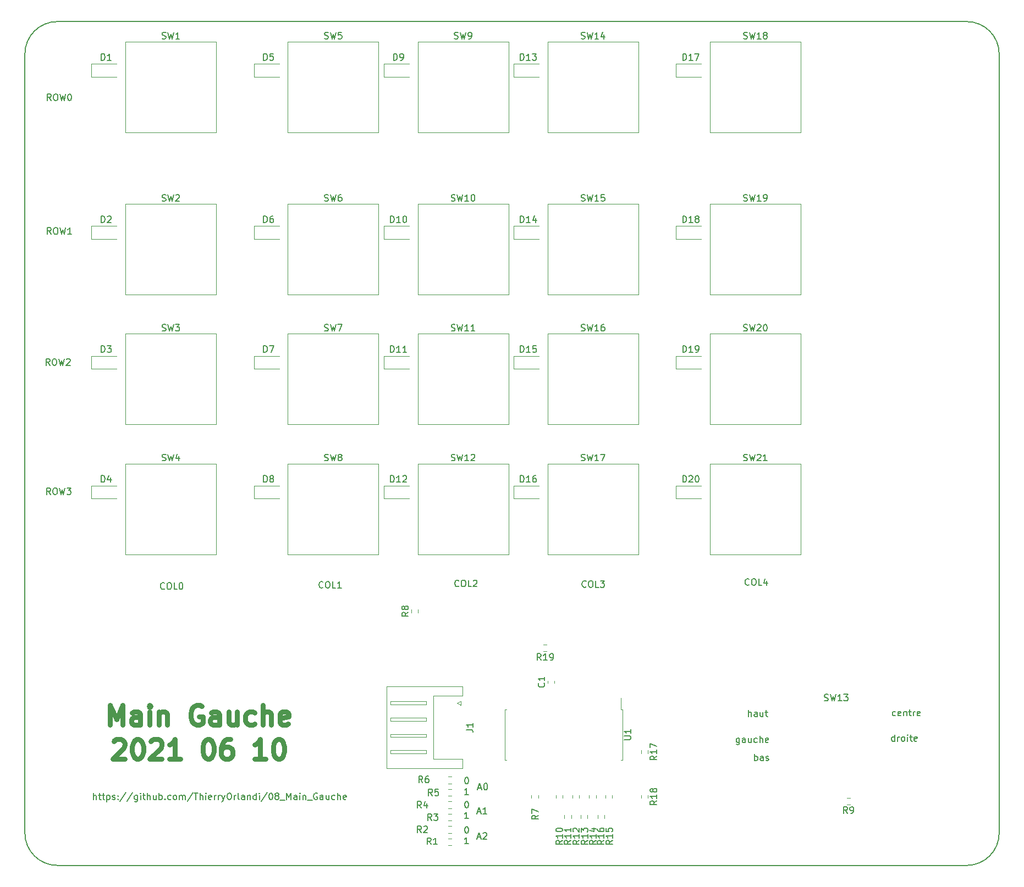
<source format=gbr>
%TF.GenerationSoftware,KiCad,Pcbnew,(5.1.9)-1*%
%TF.CreationDate,2021-06-10T16:35:11+02:00*%
%TF.ProjectId,08_Main_Gauche,30385f4d-6169-46e5-9f47-61756368652e,rev?*%
%TF.SameCoordinates,Original*%
%TF.FileFunction,Legend,Top*%
%TF.FilePolarity,Positive*%
%FSLAX46Y46*%
G04 Gerber Fmt 4.6, Leading zero omitted, Abs format (unit mm)*
G04 Created by KiCad (PCBNEW (5.1.9)-1) date 2021-06-10 16:35:11*
%MOMM*%
%LPD*%
G01*
G04 APERTURE LIST*
%ADD10C,0.150000*%
%ADD11C,0.750000*%
%TA.AperFunction,Profile*%
%ADD12C,0.150000*%
%TD*%
%ADD13C,0.120000*%
G04 APERTURE END LIST*
D10*
X109685714Y-140666666D02*
X110161904Y-140666666D01*
X109590476Y-140952380D02*
X109923809Y-139952380D01*
X110257142Y-140952380D01*
X110542857Y-140047619D02*
X110590476Y-140000000D01*
X110685714Y-139952380D01*
X110923809Y-139952380D01*
X111019047Y-140000000D01*
X111066666Y-140047619D01*
X111114285Y-140142857D01*
X111114285Y-140238095D01*
X111066666Y-140380952D01*
X110495238Y-140952380D01*
X111114285Y-140952380D01*
X109685714Y-136766666D02*
X110161904Y-136766666D01*
X109590476Y-137052380D02*
X109923809Y-136052380D01*
X110257142Y-137052380D01*
X111114285Y-137052380D02*
X110542857Y-137052380D01*
X110828571Y-137052380D02*
X110828571Y-136052380D01*
X110733333Y-136195238D01*
X110638095Y-136290476D01*
X110542857Y-136338095D01*
X109785714Y-133066666D02*
X110261904Y-133066666D01*
X109690476Y-133352380D02*
X110023809Y-132352380D01*
X110357142Y-133352380D01*
X110880952Y-132352380D02*
X110976190Y-132352380D01*
X111071428Y-132400000D01*
X111119047Y-132447619D01*
X111166666Y-132542857D01*
X111214285Y-132733333D01*
X111214285Y-132971428D01*
X111166666Y-133161904D01*
X111119047Y-133257142D01*
X111071428Y-133304761D01*
X110976190Y-133352380D01*
X110880952Y-133352380D01*
X110785714Y-133304761D01*
X110738095Y-133257142D01*
X110690476Y-133161904D01*
X110642857Y-132971428D01*
X110642857Y-132733333D01*
X110690476Y-132542857D01*
X110738095Y-132447619D01*
X110785714Y-132400000D01*
X110880952Y-132352380D01*
X107952380Y-139027380D02*
X108047619Y-139027380D01*
X108142857Y-139075000D01*
X108190476Y-139122619D01*
X108238095Y-139217857D01*
X108285714Y-139408333D01*
X108285714Y-139646428D01*
X108238095Y-139836904D01*
X108190476Y-139932142D01*
X108142857Y-139979761D01*
X108047619Y-140027380D01*
X107952380Y-140027380D01*
X107857142Y-139979761D01*
X107809523Y-139932142D01*
X107761904Y-139836904D01*
X107714285Y-139646428D01*
X107714285Y-139408333D01*
X107761904Y-139217857D01*
X107809523Y-139122619D01*
X107857142Y-139075000D01*
X107952380Y-139027380D01*
X108285714Y-141677380D02*
X107714285Y-141677380D01*
X108000000Y-141677380D02*
X108000000Y-140677380D01*
X107904761Y-140820238D01*
X107809523Y-140915476D01*
X107714285Y-140963095D01*
X107952380Y-135127380D02*
X108047619Y-135127380D01*
X108142857Y-135175000D01*
X108190476Y-135222619D01*
X108238095Y-135317857D01*
X108285714Y-135508333D01*
X108285714Y-135746428D01*
X108238095Y-135936904D01*
X108190476Y-136032142D01*
X108142857Y-136079761D01*
X108047619Y-136127380D01*
X107952380Y-136127380D01*
X107857142Y-136079761D01*
X107809523Y-136032142D01*
X107761904Y-135936904D01*
X107714285Y-135746428D01*
X107714285Y-135508333D01*
X107761904Y-135317857D01*
X107809523Y-135222619D01*
X107857142Y-135175000D01*
X107952380Y-135127380D01*
X108285714Y-137777380D02*
X107714285Y-137777380D01*
X108000000Y-137777380D02*
X108000000Y-136777380D01*
X107904761Y-136920238D01*
X107809523Y-137015476D01*
X107714285Y-137063095D01*
X107952380Y-131427380D02*
X108047619Y-131427380D01*
X108142857Y-131475000D01*
X108190476Y-131522619D01*
X108238095Y-131617857D01*
X108285714Y-131808333D01*
X108285714Y-132046428D01*
X108238095Y-132236904D01*
X108190476Y-132332142D01*
X108142857Y-132379761D01*
X108047619Y-132427380D01*
X107952380Y-132427380D01*
X107857142Y-132379761D01*
X107809523Y-132332142D01*
X107761904Y-132236904D01*
X107714285Y-132046428D01*
X107714285Y-131808333D01*
X107761904Y-131617857D01*
X107809523Y-131522619D01*
X107857142Y-131475000D01*
X107952380Y-131427380D01*
X108285714Y-134077380D02*
X107714285Y-134077380D01*
X108000000Y-134077380D02*
X108000000Y-133077380D01*
X107904761Y-133220238D01*
X107809523Y-133315476D01*
X107714285Y-133363095D01*
X173900000Y-125852380D02*
X173900000Y-124852380D01*
X173900000Y-125804761D02*
X173804761Y-125852380D01*
X173614285Y-125852380D01*
X173519047Y-125804761D01*
X173471428Y-125757142D01*
X173423809Y-125661904D01*
X173423809Y-125376190D01*
X173471428Y-125280952D01*
X173519047Y-125233333D01*
X173614285Y-125185714D01*
X173804761Y-125185714D01*
X173900000Y-125233333D01*
X174376190Y-125852380D02*
X174376190Y-125185714D01*
X174376190Y-125376190D02*
X174423809Y-125280952D01*
X174471428Y-125233333D01*
X174566666Y-125185714D01*
X174661904Y-125185714D01*
X175138095Y-125852380D02*
X175042857Y-125804761D01*
X174995238Y-125757142D01*
X174947619Y-125661904D01*
X174947619Y-125376190D01*
X174995238Y-125280952D01*
X175042857Y-125233333D01*
X175138095Y-125185714D01*
X175280952Y-125185714D01*
X175376190Y-125233333D01*
X175423809Y-125280952D01*
X175471428Y-125376190D01*
X175471428Y-125661904D01*
X175423809Y-125757142D01*
X175376190Y-125804761D01*
X175280952Y-125852380D01*
X175138095Y-125852380D01*
X175900000Y-125852380D02*
X175900000Y-125185714D01*
X175900000Y-124852380D02*
X175852380Y-124900000D01*
X175900000Y-124947619D01*
X175947619Y-124900000D01*
X175900000Y-124852380D01*
X175900000Y-124947619D01*
X176233333Y-125185714D02*
X176614285Y-125185714D01*
X176376190Y-124852380D02*
X176376190Y-125709523D01*
X176423809Y-125804761D01*
X176519047Y-125852380D01*
X176614285Y-125852380D01*
X177328571Y-125804761D02*
X177233333Y-125852380D01*
X177042857Y-125852380D01*
X176947619Y-125804761D01*
X176900000Y-125709523D01*
X176900000Y-125328571D01*
X176947619Y-125233333D01*
X177042857Y-125185714D01*
X177233333Y-125185714D01*
X177328571Y-125233333D01*
X177376190Y-125328571D01*
X177376190Y-125423809D01*
X176900000Y-125519047D01*
X174033333Y-121904761D02*
X173938095Y-121952380D01*
X173747619Y-121952380D01*
X173652380Y-121904761D01*
X173604761Y-121857142D01*
X173557142Y-121761904D01*
X173557142Y-121476190D01*
X173604761Y-121380952D01*
X173652380Y-121333333D01*
X173747619Y-121285714D01*
X173938095Y-121285714D01*
X174033333Y-121333333D01*
X174842857Y-121904761D02*
X174747619Y-121952380D01*
X174557142Y-121952380D01*
X174461904Y-121904761D01*
X174414285Y-121809523D01*
X174414285Y-121428571D01*
X174461904Y-121333333D01*
X174557142Y-121285714D01*
X174747619Y-121285714D01*
X174842857Y-121333333D01*
X174890476Y-121428571D01*
X174890476Y-121523809D01*
X174414285Y-121619047D01*
X175319047Y-121285714D02*
X175319047Y-121952380D01*
X175319047Y-121380952D02*
X175366666Y-121333333D01*
X175461904Y-121285714D01*
X175604761Y-121285714D01*
X175700000Y-121333333D01*
X175747619Y-121428571D01*
X175747619Y-121952380D01*
X176080952Y-121285714D02*
X176461904Y-121285714D01*
X176223809Y-120952380D02*
X176223809Y-121809523D01*
X176271428Y-121904761D01*
X176366666Y-121952380D01*
X176461904Y-121952380D01*
X176795238Y-121952380D02*
X176795238Y-121285714D01*
X176795238Y-121476190D02*
X176842857Y-121380952D01*
X176890476Y-121333333D01*
X176985714Y-121285714D01*
X177080952Y-121285714D01*
X177795238Y-121904761D02*
X177700000Y-121952380D01*
X177509523Y-121952380D01*
X177414285Y-121904761D01*
X177366666Y-121809523D01*
X177366666Y-121428571D01*
X177414285Y-121333333D01*
X177509523Y-121285714D01*
X177700000Y-121285714D01*
X177795238Y-121333333D01*
X177842857Y-121428571D01*
X177842857Y-121523809D01*
X177366666Y-121619047D01*
X152328571Y-128852380D02*
X152328571Y-127852380D01*
X152328571Y-128233333D02*
X152423809Y-128185714D01*
X152614285Y-128185714D01*
X152709523Y-128233333D01*
X152757142Y-128280952D01*
X152804761Y-128376190D01*
X152804761Y-128661904D01*
X152757142Y-128757142D01*
X152709523Y-128804761D01*
X152614285Y-128852380D01*
X152423809Y-128852380D01*
X152328571Y-128804761D01*
X153661904Y-128852380D02*
X153661904Y-128328571D01*
X153614285Y-128233333D01*
X153519047Y-128185714D01*
X153328571Y-128185714D01*
X153233333Y-128233333D01*
X153661904Y-128804761D02*
X153566666Y-128852380D01*
X153328571Y-128852380D01*
X153233333Y-128804761D01*
X153185714Y-128709523D01*
X153185714Y-128614285D01*
X153233333Y-128519047D01*
X153328571Y-128471428D01*
X153566666Y-128471428D01*
X153661904Y-128423809D01*
X154090476Y-128804761D02*
X154185714Y-128852380D01*
X154376190Y-128852380D01*
X154471428Y-128804761D01*
X154519047Y-128709523D01*
X154519047Y-128661904D01*
X154471428Y-128566666D01*
X154376190Y-128519047D01*
X154233333Y-128519047D01*
X154138095Y-128471428D01*
X154090476Y-128376190D01*
X154090476Y-128328571D01*
X154138095Y-128233333D01*
X154233333Y-128185714D01*
X154376190Y-128185714D01*
X154471428Y-128233333D01*
X150000000Y-125385714D02*
X150000000Y-126195238D01*
X149952380Y-126290476D01*
X149904761Y-126338095D01*
X149809523Y-126385714D01*
X149666666Y-126385714D01*
X149571428Y-126338095D01*
X150000000Y-126004761D02*
X149904761Y-126052380D01*
X149714285Y-126052380D01*
X149619047Y-126004761D01*
X149571428Y-125957142D01*
X149523809Y-125861904D01*
X149523809Y-125576190D01*
X149571428Y-125480952D01*
X149619047Y-125433333D01*
X149714285Y-125385714D01*
X149904761Y-125385714D01*
X150000000Y-125433333D01*
X150904761Y-126052380D02*
X150904761Y-125528571D01*
X150857142Y-125433333D01*
X150761904Y-125385714D01*
X150571428Y-125385714D01*
X150476190Y-125433333D01*
X150904761Y-126004761D02*
X150809523Y-126052380D01*
X150571428Y-126052380D01*
X150476190Y-126004761D01*
X150428571Y-125909523D01*
X150428571Y-125814285D01*
X150476190Y-125719047D01*
X150571428Y-125671428D01*
X150809523Y-125671428D01*
X150904761Y-125623809D01*
X151809523Y-125385714D02*
X151809523Y-126052380D01*
X151380952Y-125385714D02*
X151380952Y-125909523D01*
X151428571Y-126004761D01*
X151523809Y-126052380D01*
X151666666Y-126052380D01*
X151761904Y-126004761D01*
X151809523Y-125957142D01*
X152714285Y-126004761D02*
X152619047Y-126052380D01*
X152428571Y-126052380D01*
X152333333Y-126004761D01*
X152285714Y-125957142D01*
X152238095Y-125861904D01*
X152238095Y-125576190D01*
X152285714Y-125480952D01*
X152333333Y-125433333D01*
X152428571Y-125385714D01*
X152619047Y-125385714D01*
X152714285Y-125433333D01*
X153142857Y-126052380D02*
X153142857Y-125052380D01*
X153571428Y-126052380D02*
X153571428Y-125528571D01*
X153523809Y-125433333D01*
X153428571Y-125385714D01*
X153285714Y-125385714D01*
X153190476Y-125433333D01*
X153142857Y-125480952D01*
X154428571Y-126004761D02*
X154333333Y-126052380D01*
X154142857Y-126052380D01*
X154047619Y-126004761D01*
X154000000Y-125909523D01*
X154000000Y-125528571D01*
X154047619Y-125433333D01*
X154142857Y-125385714D01*
X154333333Y-125385714D01*
X154428571Y-125433333D01*
X154476190Y-125528571D01*
X154476190Y-125623809D01*
X154000000Y-125719047D01*
X151395238Y-122052380D02*
X151395238Y-121052380D01*
X151823809Y-122052380D02*
X151823809Y-121528571D01*
X151776190Y-121433333D01*
X151680952Y-121385714D01*
X151538095Y-121385714D01*
X151442857Y-121433333D01*
X151395238Y-121480952D01*
X152728571Y-122052380D02*
X152728571Y-121528571D01*
X152680952Y-121433333D01*
X152585714Y-121385714D01*
X152395238Y-121385714D01*
X152300000Y-121433333D01*
X152728571Y-122004761D02*
X152633333Y-122052380D01*
X152395238Y-122052380D01*
X152300000Y-122004761D01*
X152252380Y-121909523D01*
X152252380Y-121814285D01*
X152300000Y-121719047D01*
X152395238Y-121671428D01*
X152633333Y-121671428D01*
X152728571Y-121623809D01*
X153633333Y-121385714D02*
X153633333Y-122052380D01*
X153204761Y-121385714D02*
X153204761Y-121909523D01*
X153252380Y-122004761D01*
X153347619Y-122052380D01*
X153490476Y-122052380D01*
X153585714Y-122004761D01*
X153633333Y-121957142D01*
X153966666Y-121385714D02*
X154347619Y-121385714D01*
X154109523Y-121052380D02*
X154109523Y-121909523D01*
X154157142Y-122004761D01*
X154252380Y-122052380D01*
X154347619Y-122052380D01*
X151504761Y-101757142D02*
X151457142Y-101804761D01*
X151314285Y-101852380D01*
X151219047Y-101852380D01*
X151076190Y-101804761D01*
X150980952Y-101709523D01*
X150933333Y-101614285D01*
X150885714Y-101423809D01*
X150885714Y-101280952D01*
X150933333Y-101090476D01*
X150980952Y-100995238D01*
X151076190Y-100900000D01*
X151219047Y-100852380D01*
X151314285Y-100852380D01*
X151457142Y-100900000D01*
X151504761Y-100947619D01*
X152123809Y-100852380D02*
X152314285Y-100852380D01*
X152409523Y-100900000D01*
X152504761Y-100995238D01*
X152552380Y-101185714D01*
X152552380Y-101519047D01*
X152504761Y-101709523D01*
X152409523Y-101804761D01*
X152314285Y-101852380D01*
X152123809Y-101852380D01*
X152028571Y-101804761D01*
X151933333Y-101709523D01*
X151885714Y-101519047D01*
X151885714Y-101185714D01*
X151933333Y-100995238D01*
X152028571Y-100900000D01*
X152123809Y-100852380D01*
X153457142Y-101852380D02*
X152980952Y-101852380D01*
X152980952Y-100852380D01*
X154219047Y-101185714D02*
X154219047Y-101852380D01*
X153980952Y-100804761D02*
X153742857Y-101519047D01*
X154361904Y-101519047D01*
X126404761Y-102057142D02*
X126357142Y-102104761D01*
X126214285Y-102152380D01*
X126119047Y-102152380D01*
X125976190Y-102104761D01*
X125880952Y-102009523D01*
X125833333Y-101914285D01*
X125785714Y-101723809D01*
X125785714Y-101580952D01*
X125833333Y-101390476D01*
X125880952Y-101295238D01*
X125976190Y-101200000D01*
X126119047Y-101152380D01*
X126214285Y-101152380D01*
X126357142Y-101200000D01*
X126404761Y-101247619D01*
X127023809Y-101152380D02*
X127214285Y-101152380D01*
X127309523Y-101200000D01*
X127404761Y-101295238D01*
X127452380Y-101485714D01*
X127452380Y-101819047D01*
X127404761Y-102009523D01*
X127309523Y-102104761D01*
X127214285Y-102152380D01*
X127023809Y-102152380D01*
X126928571Y-102104761D01*
X126833333Y-102009523D01*
X126785714Y-101819047D01*
X126785714Y-101485714D01*
X126833333Y-101295238D01*
X126928571Y-101200000D01*
X127023809Y-101152380D01*
X128357142Y-102152380D02*
X127880952Y-102152380D01*
X127880952Y-101152380D01*
X128595238Y-101152380D02*
X129214285Y-101152380D01*
X128880952Y-101533333D01*
X129023809Y-101533333D01*
X129119047Y-101580952D01*
X129166666Y-101628571D01*
X129214285Y-101723809D01*
X129214285Y-101961904D01*
X129166666Y-102057142D01*
X129119047Y-102104761D01*
X129023809Y-102152380D01*
X128738095Y-102152380D01*
X128642857Y-102104761D01*
X128595238Y-102057142D01*
X106804761Y-101957142D02*
X106757142Y-102004761D01*
X106614285Y-102052380D01*
X106519047Y-102052380D01*
X106376190Y-102004761D01*
X106280952Y-101909523D01*
X106233333Y-101814285D01*
X106185714Y-101623809D01*
X106185714Y-101480952D01*
X106233333Y-101290476D01*
X106280952Y-101195238D01*
X106376190Y-101100000D01*
X106519047Y-101052380D01*
X106614285Y-101052380D01*
X106757142Y-101100000D01*
X106804761Y-101147619D01*
X107423809Y-101052380D02*
X107614285Y-101052380D01*
X107709523Y-101100000D01*
X107804761Y-101195238D01*
X107852380Y-101385714D01*
X107852380Y-101719047D01*
X107804761Y-101909523D01*
X107709523Y-102004761D01*
X107614285Y-102052380D01*
X107423809Y-102052380D01*
X107328571Y-102004761D01*
X107233333Y-101909523D01*
X107185714Y-101719047D01*
X107185714Y-101385714D01*
X107233333Y-101195238D01*
X107328571Y-101100000D01*
X107423809Y-101052380D01*
X108757142Y-102052380D02*
X108280952Y-102052380D01*
X108280952Y-101052380D01*
X109042857Y-101147619D02*
X109090476Y-101100000D01*
X109185714Y-101052380D01*
X109423809Y-101052380D01*
X109519047Y-101100000D01*
X109566666Y-101147619D01*
X109614285Y-101242857D01*
X109614285Y-101338095D01*
X109566666Y-101480952D01*
X108995238Y-102052380D01*
X109614285Y-102052380D01*
X85904761Y-102157142D02*
X85857142Y-102204761D01*
X85714285Y-102252380D01*
X85619047Y-102252380D01*
X85476190Y-102204761D01*
X85380952Y-102109523D01*
X85333333Y-102014285D01*
X85285714Y-101823809D01*
X85285714Y-101680952D01*
X85333333Y-101490476D01*
X85380952Y-101395238D01*
X85476190Y-101300000D01*
X85619047Y-101252380D01*
X85714285Y-101252380D01*
X85857142Y-101300000D01*
X85904761Y-101347619D01*
X86523809Y-101252380D02*
X86714285Y-101252380D01*
X86809523Y-101300000D01*
X86904761Y-101395238D01*
X86952380Y-101585714D01*
X86952380Y-101919047D01*
X86904761Y-102109523D01*
X86809523Y-102204761D01*
X86714285Y-102252380D01*
X86523809Y-102252380D01*
X86428571Y-102204761D01*
X86333333Y-102109523D01*
X86285714Y-101919047D01*
X86285714Y-101585714D01*
X86333333Y-101395238D01*
X86428571Y-101300000D01*
X86523809Y-101252380D01*
X87857142Y-102252380D02*
X87380952Y-102252380D01*
X87380952Y-101252380D01*
X88714285Y-102252380D02*
X88142857Y-102252380D01*
X88428571Y-102252380D02*
X88428571Y-101252380D01*
X88333333Y-101395238D01*
X88238095Y-101490476D01*
X88142857Y-101538095D01*
X61504761Y-102357142D02*
X61457142Y-102404761D01*
X61314285Y-102452380D01*
X61219047Y-102452380D01*
X61076190Y-102404761D01*
X60980952Y-102309523D01*
X60933333Y-102214285D01*
X60885714Y-102023809D01*
X60885714Y-101880952D01*
X60933333Y-101690476D01*
X60980952Y-101595238D01*
X61076190Y-101500000D01*
X61219047Y-101452380D01*
X61314285Y-101452380D01*
X61457142Y-101500000D01*
X61504761Y-101547619D01*
X62123809Y-101452380D02*
X62314285Y-101452380D01*
X62409523Y-101500000D01*
X62504761Y-101595238D01*
X62552380Y-101785714D01*
X62552380Y-102119047D01*
X62504761Y-102309523D01*
X62409523Y-102404761D01*
X62314285Y-102452380D01*
X62123809Y-102452380D01*
X62028571Y-102404761D01*
X61933333Y-102309523D01*
X61885714Y-102119047D01*
X61885714Y-101785714D01*
X61933333Y-101595238D01*
X62028571Y-101500000D01*
X62123809Y-101452380D01*
X63457142Y-102452380D02*
X62980952Y-102452380D01*
X62980952Y-101452380D01*
X63980952Y-101452380D02*
X64076190Y-101452380D01*
X64171428Y-101500000D01*
X64219047Y-101547619D01*
X64266666Y-101642857D01*
X64314285Y-101833333D01*
X64314285Y-102071428D01*
X64266666Y-102261904D01*
X64219047Y-102357142D01*
X64171428Y-102404761D01*
X64076190Y-102452380D01*
X63980952Y-102452380D01*
X63885714Y-102404761D01*
X63838095Y-102357142D01*
X63790476Y-102261904D01*
X63742857Y-102071428D01*
X63742857Y-101833333D01*
X63790476Y-101642857D01*
X63838095Y-101547619D01*
X63885714Y-101500000D01*
X63980952Y-101452380D01*
X43938095Y-87852380D02*
X43604761Y-87376190D01*
X43366666Y-87852380D02*
X43366666Y-86852380D01*
X43747619Y-86852380D01*
X43842857Y-86900000D01*
X43890476Y-86947619D01*
X43938095Y-87042857D01*
X43938095Y-87185714D01*
X43890476Y-87280952D01*
X43842857Y-87328571D01*
X43747619Y-87376190D01*
X43366666Y-87376190D01*
X44557142Y-86852380D02*
X44747619Y-86852380D01*
X44842857Y-86900000D01*
X44938095Y-86995238D01*
X44985714Y-87185714D01*
X44985714Y-87519047D01*
X44938095Y-87709523D01*
X44842857Y-87804761D01*
X44747619Y-87852380D01*
X44557142Y-87852380D01*
X44461904Y-87804761D01*
X44366666Y-87709523D01*
X44319047Y-87519047D01*
X44319047Y-87185714D01*
X44366666Y-86995238D01*
X44461904Y-86900000D01*
X44557142Y-86852380D01*
X45319047Y-86852380D02*
X45557142Y-87852380D01*
X45747619Y-87138095D01*
X45938095Y-87852380D01*
X46176190Y-86852380D01*
X46461904Y-86852380D02*
X47080952Y-86852380D01*
X46747619Y-87233333D01*
X46890476Y-87233333D01*
X46985714Y-87280952D01*
X47033333Y-87328571D01*
X47080952Y-87423809D01*
X47080952Y-87661904D01*
X47033333Y-87757142D01*
X46985714Y-87804761D01*
X46890476Y-87852380D01*
X46604761Y-87852380D01*
X46509523Y-87804761D01*
X46461904Y-87757142D01*
X43838095Y-67952380D02*
X43504761Y-67476190D01*
X43266666Y-67952380D02*
X43266666Y-66952380D01*
X43647619Y-66952380D01*
X43742857Y-67000000D01*
X43790476Y-67047619D01*
X43838095Y-67142857D01*
X43838095Y-67285714D01*
X43790476Y-67380952D01*
X43742857Y-67428571D01*
X43647619Y-67476190D01*
X43266666Y-67476190D01*
X44457142Y-66952380D02*
X44647619Y-66952380D01*
X44742857Y-67000000D01*
X44838095Y-67095238D01*
X44885714Y-67285714D01*
X44885714Y-67619047D01*
X44838095Y-67809523D01*
X44742857Y-67904761D01*
X44647619Y-67952380D01*
X44457142Y-67952380D01*
X44361904Y-67904761D01*
X44266666Y-67809523D01*
X44219047Y-67619047D01*
X44219047Y-67285714D01*
X44266666Y-67095238D01*
X44361904Y-67000000D01*
X44457142Y-66952380D01*
X45219047Y-66952380D02*
X45457142Y-67952380D01*
X45647619Y-67238095D01*
X45838095Y-67952380D01*
X46076190Y-66952380D01*
X46409523Y-67047619D02*
X46457142Y-67000000D01*
X46552380Y-66952380D01*
X46790476Y-66952380D01*
X46885714Y-67000000D01*
X46933333Y-67047619D01*
X46980952Y-67142857D01*
X46980952Y-67238095D01*
X46933333Y-67380952D01*
X46361904Y-67952380D01*
X46980952Y-67952380D01*
X44038095Y-47752380D02*
X43704761Y-47276190D01*
X43466666Y-47752380D02*
X43466666Y-46752380D01*
X43847619Y-46752380D01*
X43942857Y-46800000D01*
X43990476Y-46847619D01*
X44038095Y-46942857D01*
X44038095Y-47085714D01*
X43990476Y-47180952D01*
X43942857Y-47228571D01*
X43847619Y-47276190D01*
X43466666Y-47276190D01*
X44657142Y-46752380D02*
X44847619Y-46752380D01*
X44942857Y-46800000D01*
X45038095Y-46895238D01*
X45085714Y-47085714D01*
X45085714Y-47419047D01*
X45038095Y-47609523D01*
X44942857Y-47704761D01*
X44847619Y-47752380D01*
X44657142Y-47752380D01*
X44561904Y-47704761D01*
X44466666Y-47609523D01*
X44419047Y-47419047D01*
X44419047Y-47085714D01*
X44466666Y-46895238D01*
X44561904Y-46800000D01*
X44657142Y-46752380D01*
X45419047Y-46752380D02*
X45657142Y-47752380D01*
X45847619Y-47038095D01*
X46038095Y-47752380D01*
X46276190Y-46752380D01*
X47180952Y-47752380D02*
X46609523Y-47752380D01*
X46895238Y-47752380D02*
X46895238Y-46752380D01*
X46800000Y-46895238D01*
X46704761Y-46990476D01*
X46609523Y-47038095D01*
X44038095Y-27152380D02*
X43704761Y-26676190D01*
X43466666Y-27152380D02*
X43466666Y-26152380D01*
X43847619Y-26152380D01*
X43942857Y-26200000D01*
X43990476Y-26247619D01*
X44038095Y-26342857D01*
X44038095Y-26485714D01*
X43990476Y-26580952D01*
X43942857Y-26628571D01*
X43847619Y-26676190D01*
X43466666Y-26676190D01*
X44657142Y-26152380D02*
X44847619Y-26152380D01*
X44942857Y-26200000D01*
X45038095Y-26295238D01*
X45085714Y-26485714D01*
X45085714Y-26819047D01*
X45038095Y-27009523D01*
X44942857Y-27104761D01*
X44847619Y-27152380D01*
X44657142Y-27152380D01*
X44561904Y-27104761D01*
X44466666Y-27009523D01*
X44419047Y-26819047D01*
X44419047Y-26485714D01*
X44466666Y-26295238D01*
X44561904Y-26200000D01*
X44657142Y-26152380D01*
X45419047Y-26152380D02*
X45657142Y-27152380D01*
X45847619Y-26438095D01*
X46038095Y-27152380D01*
X46276190Y-26152380D01*
X46847619Y-26152380D02*
X46942857Y-26152380D01*
X47038095Y-26200000D01*
X47085714Y-26247619D01*
X47133333Y-26342857D01*
X47180952Y-26533333D01*
X47180952Y-26771428D01*
X47133333Y-26961904D01*
X47085714Y-27057142D01*
X47038095Y-27104761D01*
X46942857Y-27152380D01*
X46847619Y-27152380D01*
X46752380Y-27104761D01*
X46704761Y-27057142D01*
X46657142Y-26961904D01*
X46609523Y-26771428D01*
X46609523Y-26533333D01*
X46657142Y-26342857D01*
X46704761Y-26247619D01*
X46752380Y-26200000D01*
X46847619Y-26152380D01*
D11*
X53085714Y-123332142D02*
X53085714Y-120332142D01*
X54085714Y-122475000D01*
X55085714Y-120332142D01*
X55085714Y-123332142D01*
X57800000Y-123332142D02*
X57800000Y-121760714D01*
X57657142Y-121475000D01*
X57371428Y-121332142D01*
X56800000Y-121332142D01*
X56514285Y-121475000D01*
X57800000Y-123189285D02*
X57514285Y-123332142D01*
X56800000Y-123332142D01*
X56514285Y-123189285D01*
X56371428Y-122903571D01*
X56371428Y-122617857D01*
X56514285Y-122332142D01*
X56800000Y-122189285D01*
X57514285Y-122189285D01*
X57800000Y-122046428D01*
X59228571Y-123332142D02*
X59228571Y-121332142D01*
X59228571Y-120332142D02*
X59085714Y-120475000D01*
X59228571Y-120617857D01*
X59371428Y-120475000D01*
X59228571Y-120332142D01*
X59228571Y-120617857D01*
X60657142Y-121332142D02*
X60657142Y-123332142D01*
X60657142Y-121617857D02*
X60800000Y-121475000D01*
X61085714Y-121332142D01*
X61514285Y-121332142D01*
X61800000Y-121475000D01*
X61942857Y-121760714D01*
X61942857Y-123332142D01*
X67228571Y-120475000D02*
X66942857Y-120332142D01*
X66514285Y-120332142D01*
X66085714Y-120475000D01*
X65800000Y-120760714D01*
X65657142Y-121046428D01*
X65514285Y-121617857D01*
X65514285Y-122046428D01*
X65657142Y-122617857D01*
X65800000Y-122903571D01*
X66085714Y-123189285D01*
X66514285Y-123332142D01*
X66800000Y-123332142D01*
X67228571Y-123189285D01*
X67371428Y-123046428D01*
X67371428Y-122046428D01*
X66800000Y-122046428D01*
X69942857Y-123332142D02*
X69942857Y-121760714D01*
X69800000Y-121475000D01*
X69514285Y-121332142D01*
X68942857Y-121332142D01*
X68657142Y-121475000D01*
X69942857Y-123189285D02*
X69657142Y-123332142D01*
X68942857Y-123332142D01*
X68657142Y-123189285D01*
X68514285Y-122903571D01*
X68514285Y-122617857D01*
X68657142Y-122332142D01*
X68942857Y-122189285D01*
X69657142Y-122189285D01*
X69942857Y-122046428D01*
X72657142Y-121332142D02*
X72657142Y-123332142D01*
X71371428Y-121332142D02*
X71371428Y-122903571D01*
X71514285Y-123189285D01*
X71800000Y-123332142D01*
X72228571Y-123332142D01*
X72514285Y-123189285D01*
X72657142Y-123046428D01*
X75371428Y-123189285D02*
X75085714Y-123332142D01*
X74514285Y-123332142D01*
X74228571Y-123189285D01*
X74085714Y-123046428D01*
X73942857Y-122760714D01*
X73942857Y-121903571D01*
X74085714Y-121617857D01*
X74228571Y-121475000D01*
X74514285Y-121332142D01*
X75085714Y-121332142D01*
X75371428Y-121475000D01*
X76657142Y-123332142D02*
X76657142Y-120332142D01*
X77942857Y-123332142D02*
X77942857Y-121760714D01*
X77800000Y-121475000D01*
X77514285Y-121332142D01*
X77085714Y-121332142D01*
X76800000Y-121475000D01*
X76657142Y-121617857D01*
X80514285Y-123189285D02*
X80228571Y-123332142D01*
X79657142Y-123332142D01*
X79371428Y-123189285D01*
X79228571Y-122903571D01*
X79228571Y-121760714D01*
X79371428Y-121475000D01*
X79657142Y-121332142D01*
X80228571Y-121332142D01*
X80514285Y-121475000D01*
X80657142Y-121760714D01*
X80657142Y-122046428D01*
X79228571Y-122332142D01*
X53657142Y-125867857D02*
X53800000Y-125725000D01*
X54085714Y-125582142D01*
X54800000Y-125582142D01*
X55085714Y-125725000D01*
X55228571Y-125867857D01*
X55371428Y-126153571D01*
X55371428Y-126439285D01*
X55228571Y-126867857D01*
X53514285Y-128582142D01*
X55371428Y-128582142D01*
X57228571Y-125582142D02*
X57514285Y-125582142D01*
X57800000Y-125725000D01*
X57942857Y-125867857D01*
X58085714Y-126153571D01*
X58228571Y-126725000D01*
X58228571Y-127439285D01*
X58085714Y-128010714D01*
X57942857Y-128296428D01*
X57800000Y-128439285D01*
X57514285Y-128582142D01*
X57228571Y-128582142D01*
X56942857Y-128439285D01*
X56800000Y-128296428D01*
X56657142Y-128010714D01*
X56514285Y-127439285D01*
X56514285Y-126725000D01*
X56657142Y-126153571D01*
X56800000Y-125867857D01*
X56942857Y-125725000D01*
X57228571Y-125582142D01*
X59371428Y-125867857D02*
X59514285Y-125725000D01*
X59800000Y-125582142D01*
X60514285Y-125582142D01*
X60800000Y-125725000D01*
X60942857Y-125867857D01*
X61085714Y-126153571D01*
X61085714Y-126439285D01*
X60942857Y-126867857D01*
X59228571Y-128582142D01*
X61085714Y-128582142D01*
X63942857Y-128582142D02*
X62228571Y-128582142D01*
X63085714Y-128582142D02*
X63085714Y-125582142D01*
X62800000Y-126010714D01*
X62514285Y-126296428D01*
X62228571Y-126439285D01*
X68085714Y-125582142D02*
X68371428Y-125582142D01*
X68657142Y-125725000D01*
X68800000Y-125867857D01*
X68942857Y-126153571D01*
X69085714Y-126725000D01*
X69085714Y-127439285D01*
X68942857Y-128010714D01*
X68800000Y-128296428D01*
X68657142Y-128439285D01*
X68371428Y-128582142D01*
X68085714Y-128582142D01*
X67800000Y-128439285D01*
X67657142Y-128296428D01*
X67514285Y-128010714D01*
X67371428Y-127439285D01*
X67371428Y-126725000D01*
X67514285Y-126153571D01*
X67657142Y-125867857D01*
X67800000Y-125725000D01*
X68085714Y-125582142D01*
X71657142Y-125582142D02*
X71085714Y-125582142D01*
X70800000Y-125725000D01*
X70657142Y-125867857D01*
X70371428Y-126296428D01*
X70228571Y-126867857D01*
X70228571Y-128010714D01*
X70371428Y-128296428D01*
X70514285Y-128439285D01*
X70800000Y-128582142D01*
X71371428Y-128582142D01*
X71657142Y-128439285D01*
X71800000Y-128296428D01*
X71942857Y-128010714D01*
X71942857Y-127296428D01*
X71800000Y-127010714D01*
X71657142Y-126867857D01*
X71371428Y-126725000D01*
X70800000Y-126725000D01*
X70514285Y-126867857D01*
X70371428Y-127010714D01*
X70228571Y-127296428D01*
X77085714Y-128582142D02*
X75371428Y-128582142D01*
X76228571Y-128582142D02*
X76228571Y-125582142D01*
X75942857Y-126010714D01*
X75657142Y-126296428D01*
X75371428Y-126439285D01*
X78942857Y-125582142D02*
X79228571Y-125582142D01*
X79514285Y-125725000D01*
X79657142Y-125867857D01*
X79800000Y-126153571D01*
X79942857Y-126725000D01*
X79942857Y-127439285D01*
X79800000Y-128010714D01*
X79657142Y-128296428D01*
X79514285Y-128439285D01*
X79228571Y-128582142D01*
X78942857Y-128582142D01*
X78657142Y-128439285D01*
X78514285Y-128296428D01*
X78371428Y-128010714D01*
X78228571Y-127439285D01*
X78228571Y-126725000D01*
X78371428Y-126153571D01*
X78514285Y-125867857D01*
X78657142Y-125725000D01*
X78942857Y-125582142D01*
D10*
X50571428Y-134852380D02*
X50571428Y-133852380D01*
X50999999Y-134852380D02*
X50999999Y-134328571D01*
X50952380Y-134233333D01*
X50857142Y-134185714D01*
X50714285Y-134185714D01*
X50619047Y-134233333D01*
X50571428Y-134280952D01*
X51333333Y-134185714D02*
X51714285Y-134185714D01*
X51476190Y-133852380D02*
X51476190Y-134709523D01*
X51523809Y-134804761D01*
X51619047Y-134852380D01*
X51714285Y-134852380D01*
X51904761Y-134185714D02*
X52285714Y-134185714D01*
X52047619Y-133852380D02*
X52047619Y-134709523D01*
X52095238Y-134804761D01*
X52190476Y-134852380D01*
X52285714Y-134852380D01*
X52619047Y-134185714D02*
X52619047Y-135185714D01*
X52619047Y-134233333D02*
X52714285Y-134185714D01*
X52904761Y-134185714D01*
X52999999Y-134233333D01*
X53047619Y-134280952D01*
X53095238Y-134376190D01*
X53095238Y-134661904D01*
X53047619Y-134757142D01*
X52999999Y-134804761D01*
X52904761Y-134852380D01*
X52714285Y-134852380D01*
X52619047Y-134804761D01*
X53476190Y-134804761D02*
X53571428Y-134852380D01*
X53761904Y-134852380D01*
X53857142Y-134804761D01*
X53904761Y-134709523D01*
X53904761Y-134661904D01*
X53857142Y-134566666D01*
X53761904Y-134519047D01*
X53619047Y-134519047D01*
X53523809Y-134471428D01*
X53476190Y-134376190D01*
X53476190Y-134328571D01*
X53523809Y-134233333D01*
X53619047Y-134185714D01*
X53761904Y-134185714D01*
X53857142Y-134233333D01*
X54333333Y-134757142D02*
X54380952Y-134804761D01*
X54333333Y-134852380D01*
X54285714Y-134804761D01*
X54333333Y-134757142D01*
X54333333Y-134852380D01*
X54333333Y-134233333D02*
X54380952Y-134280952D01*
X54333333Y-134328571D01*
X54285714Y-134280952D01*
X54333333Y-134233333D01*
X54333333Y-134328571D01*
X55523809Y-133804761D02*
X54666666Y-135090476D01*
X56571428Y-133804761D02*
X55714285Y-135090476D01*
X57333333Y-134185714D02*
X57333333Y-134995238D01*
X57285714Y-135090476D01*
X57238095Y-135138095D01*
X57142857Y-135185714D01*
X56999999Y-135185714D01*
X56904761Y-135138095D01*
X57333333Y-134804761D02*
X57238095Y-134852380D01*
X57047619Y-134852380D01*
X56952380Y-134804761D01*
X56904761Y-134757142D01*
X56857142Y-134661904D01*
X56857142Y-134376190D01*
X56904761Y-134280952D01*
X56952380Y-134233333D01*
X57047619Y-134185714D01*
X57238095Y-134185714D01*
X57333333Y-134233333D01*
X57809523Y-134852380D02*
X57809523Y-134185714D01*
X57809523Y-133852380D02*
X57761904Y-133900000D01*
X57809523Y-133947619D01*
X57857142Y-133900000D01*
X57809523Y-133852380D01*
X57809523Y-133947619D01*
X58142857Y-134185714D02*
X58523809Y-134185714D01*
X58285714Y-133852380D02*
X58285714Y-134709523D01*
X58333333Y-134804761D01*
X58428571Y-134852380D01*
X58523809Y-134852380D01*
X58857142Y-134852380D02*
X58857142Y-133852380D01*
X59285714Y-134852380D02*
X59285714Y-134328571D01*
X59238095Y-134233333D01*
X59142857Y-134185714D01*
X58999999Y-134185714D01*
X58904761Y-134233333D01*
X58857142Y-134280952D01*
X60190476Y-134185714D02*
X60190476Y-134852380D01*
X59761904Y-134185714D02*
X59761904Y-134709523D01*
X59809523Y-134804761D01*
X59904761Y-134852380D01*
X60047619Y-134852380D01*
X60142857Y-134804761D01*
X60190476Y-134757142D01*
X60666666Y-134852380D02*
X60666666Y-133852380D01*
X60666666Y-134233333D02*
X60761904Y-134185714D01*
X60952380Y-134185714D01*
X61047619Y-134233333D01*
X61095238Y-134280952D01*
X61142857Y-134376190D01*
X61142857Y-134661904D01*
X61095238Y-134757142D01*
X61047619Y-134804761D01*
X60952380Y-134852380D01*
X60761904Y-134852380D01*
X60666666Y-134804761D01*
X61571428Y-134757142D02*
X61619047Y-134804761D01*
X61571428Y-134852380D01*
X61523809Y-134804761D01*
X61571428Y-134757142D01*
X61571428Y-134852380D01*
X62476190Y-134804761D02*
X62380952Y-134852380D01*
X62190476Y-134852380D01*
X62095238Y-134804761D01*
X62047619Y-134757142D01*
X61999999Y-134661904D01*
X61999999Y-134376190D01*
X62047619Y-134280952D01*
X62095238Y-134233333D01*
X62190476Y-134185714D01*
X62380952Y-134185714D01*
X62476190Y-134233333D01*
X63047619Y-134852380D02*
X62952380Y-134804761D01*
X62904761Y-134757142D01*
X62857142Y-134661904D01*
X62857142Y-134376190D01*
X62904761Y-134280952D01*
X62952380Y-134233333D01*
X63047619Y-134185714D01*
X63190476Y-134185714D01*
X63285714Y-134233333D01*
X63333333Y-134280952D01*
X63380952Y-134376190D01*
X63380952Y-134661904D01*
X63333333Y-134757142D01*
X63285714Y-134804761D01*
X63190476Y-134852380D01*
X63047619Y-134852380D01*
X63809523Y-134852380D02*
X63809523Y-134185714D01*
X63809523Y-134280952D02*
X63857142Y-134233333D01*
X63952380Y-134185714D01*
X64095238Y-134185714D01*
X64190476Y-134233333D01*
X64238095Y-134328571D01*
X64238095Y-134852380D01*
X64238095Y-134328571D02*
X64285714Y-134233333D01*
X64380952Y-134185714D01*
X64523809Y-134185714D01*
X64619047Y-134233333D01*
X64666666Y-134328571D01*
X64666666Y-134852380D01*
X65857142Y-133804761D02*
X64999999Y-135090476D01*
X66047619Y-133852380D02*
X66619047Y-133852380D01*
X66333333Y-134852380D02*
X66333333Y-133852380D01*
X66952380Y-134852380D02*
X66952380Y-133852380D01*
X67380952Y-134852380D02*
X67380952Y-134328571D01*
X67333333Y-134233333D01*
X67238095Y-134185714D01*
X67095238Y-134185714D01*
X66999999Y-134233333D01*
X66952380Y-134280952D01*
X67857142Y-134852380D02*
X67857142Y-134185714D01*
X67857142Y-133852380D02*
X67809523Y-133900000D01*
X67857142Y-133947619D01*
X67904761Y-133900000D01*
X67857142Y-133852380D01*
X67857142Y-133947619D01*
X68714285Y-134804761D02*
X68619047Y-134852380D01*
X68428571Y-134852380D01*
X68333333Y-134804761D01*
X68285714Y-134709523D01*
X68285714Y-134328571D01*
X68333333Y-134233333D01*
X68428571Y-134185714D01*
X68619047Y-134185714D01*
X68714285Y-134233333D01*
X68761904Y-134328571D01*
X68761904Y-134423809D01*
X68285714Y-134519047D01*
X69190476Y-134852380D02*
X69190476Y-134185714D01*
X69190476Y-134376190D02*
X69238095Y-134280952D01*
X69285714Y-134233333D01*
X69380952Y-134185714D01*
X69476190Y-134185714D01*
X69809523Y-134852380D02*
X69809523Y-134185714D01*
X69809523Y-134376190D02*
X69857142Y-134280952D01*
X69904761Y-134233333D01*
X70000000Y-134185714D01*
X70095238Y-134185714D01*
X70333333Y-134185714D02*
X70571428Y-134852380D01*
X70809523Y-134185714D02*
X70571428Y-134852380D01*
X70476190Y-135090476D01*
X70428571Y-135138095D01*
X70333333Y-135185714D01*
X71380952Y-133852380D02*
X71571428Y-133852380D01*
X71666666Y-133900000D01*
X71761904Y-133995238D01*
X71809523Y-134185714D01*
X71809523Y-134519047D01*
X71761904Y-134709523D01*
X71666666Y-134804761D01*
X71571428Y-134852380D01*
X71380952Y-134852380D01*
X71285714Y-134804761D01*
X71190476Y-134709523D01*
X71142857Y-134519047D01*
X71142857Y-134185714D01*
X71190476Y-133995238D01*
X71285714Y-133900000D01*
X71380952Y-133852380D01*
X72238095Y-134852380D02*
X72238095Y-134185714D01*
X72238095Y-134376190D02*
X72285714Y-134280952D01*
X72333333Y-134233333D01*
X72428571Y-134185714D01*
X72523809Y-134185714D01*
X73000000Y-134852380D02*
X72904761Y-134804761D01*
X72857142Y-134709523D01*
X72857142Y-133852380D01*
X73809523Y-134852380D02*
X73809523Y-134328571D01*
X73761904Y-134233333D01*
X73666666Y-134185714D01*
X73476190Y-134185714D01*
X73380952Y-134233333D01*
X73809523Y-134804761D02*
X73714285Y-134852380D01*
X73476190Y-134852380D01*
X73380952Y-134804761D01*
X73333333Y-134709523D01*
X73333333Y-134614285D01*
X73380952Y-134519047D01*
X73476190Y-134471428D01*
X73714285Y-134471428D01*
X73809523Y-134423809D01*
X74285714Y-134185714D02*
X74285714Y-134852380D01*
X74285714Y-134280952D02*
X74333333Y-134233333D01*
X74428571Y-134185714D01*
X74571428Y-134185714D01*
X74666666Y-134233333D01*
X74714285Y-134328571D01*
X74714285Y-134852380D01*
X75619047Y-134852380D02*
X75619047Y-133852380D01*
X75619047Y-134804761D02*
X75523809Y-134852380D01*
X75333333Y-134852380D01*
X75238095Y-134804761D01*
X75190476Y-134757142D01*
X75142857Y-134661904D01*
X75142857Y-134376190D01*
X75190476Y-134280952D01*
X75238095Y-134233333D01*
X75333333Y-134185714D01*
X75523809Y-134185714D01*
X75619047Y-134233333D01*
X76095238Y-134852380D02*
X76095238Y-134185714D01*
X76095238Y-133852380D02*
X76047619Y-133900000D01*
X76095238Y-133947619D01*
X76142857Y-133900000D01*
X76095238Y-133852380D01*
X76095238Y-133947619D01*
X77285714Y-133804761D02*
X76428571Y-135090476D01*
X77809523Y-133852380D02*
X77904761Y-133852380D01*
X78000000Y-133900000D01*
X78047619Y-133947619D01*
X78095238Y-134042857D01*
X78142857Y-134233333D01*
X78142857Y-134471428D01*
X78095238Y-134661904D01*
X78047619Y-134757142D01*
X78000000Y-134804761D01*
X77904761Y-134852380D01*
X77809523Y-134852380D01*
X77714285Y-134804761D01*
X77666666Y-134757142D01*
X77619047Y-134661904D01*
X77571428Y-134471428D01*
X77571428Y-134233333D01*
X77619047Y-134042857D01*
X77666666Y-133947619D01*
X77714285Y-133900000D01*
X77809523Y-133852380D01*
X78714285Y-134280952D02*
X78619047Y-134233333D01*
X78571428Y-134185714D01*
X78523809Y-134090476D01*
X78523809Y-134042857D01*
X78571428Y-133947619D01*
X78619047Y-133900000D01*
X78714285Y-133852380D01*
X78904761Y-133852380D01*
X79000000Y-133900000D01*
X79047619Y-133947619D01*
X79095238Y-134042857D01*
X79095238Y-134090476D01*
X79047619Y-134185714D01*
X79000000Y-134233333D01*
X78904761Y-134280952D01*
X78714285Y-134280952D01*
X78619047Y-134328571D01*
X78571428Y-134376190D01*
X78523809Y-134471428D01*
X78523809Y-134661904D01*
X78571428Y-134757142D01*
X78619047Y-134804761D01*
X78714285Y-134852380D01*
X78904761Y-134852380D01*
X79000000Y-134804761D01*
X79047619Y-134757142D01*
X79095238Y-134661904D01*
X79095238Y-134471428D01*
X79047619Y-134376190D01*
X79000000Y-134328571D01*
X78904761Y-134280952D01*
X79285714Y-134947619D02*
X80047619Y-134947619D01*
X80285714Y-134852380D02*
X80285714Y-133852380D01*
X80619047Y-134566666D01*
X80952380Y-133852380D01*
X80952380Y-134852380D01*
X81857142Y-134852380D02*
X81857142Y-134328571D01*
X81809523Y-134233333D01*
X81714285Y-134185714D01*
X81523809Y-134185714D01*
X81428571Y-134233333D01*
X81857142Y-134804761D02*
X81761904Y-134852380D01*
X81523809Y-134852380D01*
X81428571Y-134804761D01*
X81380952Y-134709523D01*
X81380952Y-134614285D01*
X81428571Y-134519047D01*
X81523809Y-134471428D01*
X81761904Y-134471428D01*
X81857142Y-134423809D01*
X82333333Y-134852380D02*
X82333333Y-134185714D01*
X82333333Y-133852380D02*
X82285714Y-133900000D01*
X82333333Y-133947619D01*
X82380952Y-133900000D01*
X82333333Y-133852380D01*
X82333333Y-133947619D01*
X82809523Y-134185714D02*
X82809523Y-134852380D01*
X82809523Y-134280952D02*
X82857142Y-134233333D01*
X82952380Y-134185714D01*
X83095238Y-134185714D01*
X83190476Y-134233333D01*
X83238095Y-134328571D01*
X83238095Y-134852380D01*
X83476190Y-134947619D02*
X84238095Y-134947619D01*
X84999999Y-133900000D02*
X84904761Y-133852380D01*
X84761904Y-133852380D01*
X84619047Y-133900000D01*
X84523809Y-133995238D01*
X84476190Y-134090476D01*
X84428571Y-134280952D01*
X84428571Y-134423809D01*
X84476190Y-134614285D01*
X84523809Y-134709523D01*
X84619047Y-134804761D01*
X84761904Y-134852380D01*
X84857142Y-134852380D01*
X84999999Y-134804761D01*
X85047619Y-134757142D01*
X85047619Y-134423809D01*
X84857142Y-134423809D01*
X85904761Y-134852380D02*
X85904761Y-134328571D01*
X85857142Y-134233333D01*
X85761904Y-134185714D01*
X85571428Y-134185714D01*
X85476190Y-134233333D01*
X85904761Y-134804761D02*
X85809523Y-134852380D01*
X85571428Y-134852380D01*
X85476190Y-134804761D01*
X85428571Y-134709523D01*
X85428571Y-134614285D01*
X85476190Y-134519047D01*
X85571428Y-134471428D01*
X85809523Y-134471428D01*
X85904761Y-134423809D01*
X86809523Y-134185714D02*
X86809523Y-134852380D01*
X86380952Y-134185714D02*
X86380952Y-134709523D01*
X86428571Y-134804761D01*
X86523809Y-134852380D01*
X86666666Y-134852380D01*
X86761904Y-134804761D01*
X86809523Y-134757142D01*
X87714285Y-134804761D02*
X87619047Y-134852380D01*
X87428571Y-134852380D01*
X87333333Y-134804761D01*
X87285714Y-134757142D01*
X87238095Y-134661904D01*
X87238095Y-134376190D01*
X87285714Y-134280952D01*
X87333333Y-134233333D01*
X87428571Y-134185714D01*
X87619047Y-134185714D01*
X87714285Y-134233333D01*
X88142857Y-134852380D02*
X88142857Y-133852380D01*
X88571428Y-134852380D02*
X88571428Y-134328571D01*
X88523809Y-134233333D01*
X88428571Y-134185714D01*
X88285714Y-134185714D01*
X88190476Y-134233333D01*
X88142857Y-134280952D01*
X89428571Y-134804761D02*
X89333333Y-134852380D01*
X89142857Y-134852380D01*
X89047619Y-134804761D01*
X88999999Y-134709523D01*
X88999999Y-134328571D01*
X89047619Y-134233333D01*
X89142857Y-134185714D01*
X89333333Y-134185714D01*
X89428571Y-134233333D01*
X89476190Y-134328571D01*
X89476190Y-134423809D01*
X88999999Y-134519047D01*
D12*
X185000000Y-15000000D02*
G75*
G02*
X190000000Y-20000000I0J-5000000D01*
G01*
X190000000Y-140000000D02*
G75*
G02*
X185000000Y-145000000I-5000000J0D01*
G01*
X45000000Y-145000000D02*
G75*
G02*
X40000000Y-140000000I0J5000000D01*
G01*
X40000000Y-20000000D02*
G75*
G02*
X45000000Y-15000000I5000000J0D01*
G01*
X40000000Y-140000000D02*
X40000000Y-20000000D01*
X185000000Y-145000000D02*
X45000000Y-145000000D01*
X190000000Y-20000000D02*
X190000000Y-140000000D01*
X45000000Y-15000000D02*
X185000000Y-15000000D01*
D13*
%TO.C,SW4*%
X55475000Y-97065000D02*
X55475000Y-83095000D01*
X69445000Y-97065000D02*
X55475000Y-97065000D01*
X69445000Y-83095000D02*
X69445000Y-97065000D01*
X55475000Y-83095000D02*
X69445000Y-83095000D01*
%TO.C,J1*%
X95690000Y-123750000D02*
X95690000Y-117440000D01*
X95690000Y-117440000D02*
X107410000Y-117440000D01*
X107410000Y-117440000D02*
X107410000Y-118860000D01*
X107410000Y-118860000D02*
X102910000Y-118860000D01*
X102910000Y-118860000D02*
X102910000Y-123750000D01*
X95690000Y-123750000D02*
X95690000Y-130060000D01*
X95690000Y-130060000D02*
X107410000Y-130060000D01*
X107410000Y-130060000D02*
X107410000Y-128640000D01*
X107410000Y-128640000D02*
X102910000Y-128640000D01*
X102910000Y-128640000D02*
X102910000Y-123750000D01*
X101800000Y-119750000D02*
X96300000Y-119750000D01*
X96300000Y-119750000D02*
X96300000Y-120250000D01*
X96300000Y-120250000D02*
X101800000Y-120250000D01*
X101800000Y-120250000D02*
X101800000Y-119750000D01*
X101800000Y-122250000D02*
X96300000Y-122250000D01*
X96300000Y-122250000D02*
X96300000Y-122750000D01*
X96300000Y-122750000D02*
X101800000Y-122750000D01*
X101800000Y-122750000D02*
X101800000Y-122250000D01*
X101800000Y-124750000D02*
X96300000Y-124750000D01*
X96300000Y-124750000D02*
X96300000Y-125250000D01*
X96300000Y-125250000D02*
X101800000Y-125250000D01*
X101800000Y-125250000D02*
X101800000Y-124750000D01*
X101800000Y-127250000D02*
X96300000Y-127250000D01*
X96300000Y-127250000D02*
X96300000Y-127750000D01*
X96300000Y-127750000D02*
X101800000Y-127750000D01*
X101800000Y-127750000D02*
X101800000Y-127250000D01*
X106500000Y-120000000D02*
X107100000Y-119700000D01*
X107100000Y-119700000D02*
X107100000Y-120300000D01*
X107100000Y-120300000D02*
X106500000Y-120000000D01*
%TO.C,SW2*%
X55475000Y-43095000D02*
X69445000Y-43095000D01*
X69445000Y-43095000D02*
X69445000Y-57065000D01*
X69445000Y-57065000D02*
X55475000Y-57065000D01*
X55475000Y-57065000D02*
X55475000Y-43095000D01*
%TO.C,SW3*%
X55475000Y-63095000D02*
X69445000Y-63095000D01*
X69445000Y-63095000D02*
X69445000Y-77065000D01*
X69445000Y-77065000D02*
X55475000Y-77065000D01*
X55475000Y-77065000D02*
X55475000Y-63095000D01*
%TO.C,U1*%
X113875000Y-124875000D02*
X113875000Y-128735000D01*
X113875000Y-128735000D02*
X114120000Y-128735000D01*
X113875000Y-124875000D02*
X113875000Y-121015000D01*
X113875000Y-121015000D02*
X114120000Y-121015000D01*
X131995000Y-124875000D02*
X131995000Y-128735000D01*
X131995000Y-128735000D02*
X131750000Y-128735000D01*
X131995000Y-124875000D02*
X131995000Y-121015000D01*
X131995000Y-121015000D02*
X131750000Y-121015000D01*
X131750000Y-121015000D02*
X131750000Y-119200000D01*
%TO.C,D4*%
X50250000Y-86500000D02*
X50250000Y-88500000D01*
X50250000Y-88500000D02*
X54150000Y-88500000D01*
X50250000Y-86500000D02*
X54150000Y-86500000D01*
%TO.C,D20*%
X140250000Y-86500000D02*
X140250000Y-88500000D01*
X140250000Y-88500000D02*
X144150000Y-88500000D01*
X140250000Y-86500000D02*
X144150000Y-86500000D01*
%TO.C,D8*%
X75250000Y-86500000D02*
X75250000Y-88500000D01*
X75250000Y-88500000D02*
X79150000Y-88500000D01*
X75250000Y-86500000D02*
X79150000Y-86500000D01*
%TO.C,D12*%
X95250000Y-86500000D02*
X95250000Y-88500000D01*
X95250000Y-88500000D02*
X99150000Y-88500000D01*
X95250000Y-86500000D02*
X99150000Y-86500000D01*
%TO.C,D16*%
X115250000Y-86500000D02*
X115250000Y-88500000D01*
X115250000Y-88500000D02*
X119150000Y-88500000D01*
X115250000Y-86500000D02*
X119150000Y-86500000D01*
%TO.C,D2*%
X50250000Y-46500000D02*
X50250000Y-48500000D01*
X50250000Y-48500000D02*
X54150000Y-48500000D01*
X50250000Y-46500000D02*
X54150000Y-46500000D01*
%TO.C,D18*%
X140250000Y-46500000D02*
X140250000Y-48500000D01*
X140250000Y-48500000D02*
X144150000Y-48500000D01*
X140250000Y-46500000D02*
X144150000Y-46500000D01*
%TO.C,D6*%
X75250000Y-46500000D02*
X75250000Y-48500000D01*
X75250000Y-48500000D02*
X79150000Y-48500000D01*
X75250000Y-46500000D02*
X79150000Y-46500000D01*
%TO.C,D10*%
X95250000Y-46500000D02*
X95250000Y-48500000D01*
X95250000Y-48500000D02*
X99150000Y-48500000D01*
X95250000Y-46500000D02*
X99150000Y-46500000D01*
%TO.C,D14*%
X115250000Y-46500000D02*
X115250000Y-48500000D01*
X115250000Y-48500000D02*
X119150000Y-48500000D01*
X115250000Y-46500000D02*
X119150000Y-46500000D01*
%TO.C,D3*%
X50250000Y-66500000D02*
X50250000Y-68500000D01*
X50250000Y-68500000D02*
X54150000Y-68500000D01*
X50250000Y-66500000D02*
X54150000Y-66500000D01*
%TO.C,D19*%
X140250000Y-66500000D02*
X140250000Y-68500000D01*
X140250000Y-68500000D02*
X144150000Y-68500000D01*
X140250000Y-66500000D02*
X144150000Y-66500000D01*
%TO.C,D7*%
X75250000Y-66500000D02*
X75250000Y-68500000D01*
X75250000Y-68500000D02*
X79150000Y-68500000D01*
X75250000Y-66500000D02*
X79150000Y-66500000D01*
%TO.C,D11*%
X95250000Y-66500000D02*
X95250000Y-68500000D01*
X95250000Y-68500000D02*
X99150000Y-68500000D01*
X95250000Y-66500000D02*
X99150000Y-66500000D01*
%TO.C,D15*%
X115250000Y-66500000D02*
X115250000Y-68500000D01*
X115250000Y-68500000D02*
X119150000Y-68500000D01*
X115250000Y-66500000D02*
X119150000Y-66500000D01*
%TO.C,SW21*%
X145475000Y-83095000D02*
X159445000Y-83095000D01*
X159445000Y-83095000D02*
X159445000Y-97065000D01*
X159445000Y-97065000D02*
X145475000Y-97065000D01*
X145475000Y-97065000D02*
X145475000Y-83095000D01*
%TO.C,SW8*%
X80475000Y-83095000D02*
X94445000Y-83095000D01*
X94445000Y-83095000D02*
X94445000Y-97065000D01*
X94445000Y-97065000D02*
X80475000Y-97065000D01*
X80475000Y-97065000D02*
X80475000Y-83095000D01*
%TO.C,SW12*%
X100475000Y-83095000D02*
X114445000Y-83095000D01*
X114445000Y-83095000D02*
X114445000Y-97065000D01*
X114445000Y-97065000D02*
X100475000Y-97065000D01*
X100475000Y-97065000D02*
X100475000Y-83095000D01*
%TO.C,SW17*%
X120475000Y-83095000D02*
X134445000Y-83095000D01*
X134445000Y-83095000D02*
X134445000Y-97065000D01*
X134445000Y-97065000D02*
X120475000Y-97065000D01*
X120475000Y-97065000D02*
X120475000Y-83095000D01*
%TO.C,SW19*%
X145475000Y-43095000D02*
X159445000Y-43095000D01*
X159445000Y-43095000D02*
X159445000Y-57065000D01*
X159445000Y-57065000D02*
X145475000Y-57065000D01*
X145475000Y-57065000D02*
X145475000Y-43095000D01*
%TO.C,SW6*%
X80475000Y-43095000D02*
X94445000Y-43095000D01*
X94445000Y-43095000D02*
X94445000Y-57065000D01*
X94445000Y-57065000D02*
X80475000Y-57065000D01*
X80475000Y-57065000D02*
X80475000Y-43095000D01*
%TO.C,SW10*%
X100475000Y-43095000D02*
X114445000Y-43095000D01*
X114445000Y-43095000D02*
X114445000Y-57065000D01*
X114445000Y-57065000D02*
X100475000Y-57065000D01*
X100475000Y-57065000D02*
X100475000Y-43095000D01*
%TO.C,SW15*%
X120475000Y-43095000D02*
X134445000Y-43095000D01*
X134445000Y-43095000D02*
X134445000Y-57065000D01*
X134445000Y-57065000D02*
X120475000Y-57065000D01*
X120475000Y-57065000D02*
X120475000Y-43095000D01*
%TO.C,SW20*%
X145475000Y-63095000D02*
X159445000Y-63095000D01*
X159445000Y-63095000D02*
X159445000Y-77065000D01*
X159445000Y-77065000D02*
X145475000Y-77065000D01*
X145475000Y-77065000D02*
X145475000Y-63095000D01*
%TO.C,SW7*%
X80475000Y-63095000D02*
X94445000Y-63095000D01*
X94445000Y-63095000D02*
X94445000Y-77065000D01*
X94445000Y-77065000D02*
X80475000Y-77065000D01*
X80475000Y-77065000D02*
X80475000Y-63095000D01*
%TO.C,SW16*%
X120475000Y-63095000D02*
X134445000Y-63095000D01*
X134445000Y-63095000D02*
X134445000Y-77065000D01*
X134445000Y-77065000D02*
X120475000Y-77065000D01*
X120475000Y-77065000D02*
X120475000Y-63095000D01*
%TO.C,C1*%
X121510000Y-116890580D02*
X121510000Y-116609420D01*
X120490000Y-116890580D02*
X120490000Y-116609420D01*
%TO.C,R7*%
X119022500Y-134637258D02*
X119022500Y-134162742D01*
X117977500Y-134637258D02*
X117977500Y-134162742D01*
%TO.C,R1*%
X105177742Y-140867500D02*
X105652258Y-140867500D01*
X105177742Y-141912500D02*
X105652258Y-141912500D01*
%TO.C,R2*%
X105177742Y-138962500D02*
X105652258Y-138962500D01*
X105177742Y-140007500D02*
X105652258Y-140007500D01*
%TO.C,R3*%
X105177742Y-138102500D02*
X105652258Y-138102500D01*
X105177742Y-137057500D02*
X105652258Y-137057500D01*
%TO.C,R4*%
X105177742Y-135152500D02*
X105652258Y-135152500D01*
X105177742Y-136197500D02*
X105652258Y-136197500D01*
%TO.C,R5*%
X105177742Y-133247500D02*
X105652258Y-133247500D01*
X105177742Y-134292500D02*
X105652258Y-134292500D01*
%TO.C,R6*%
X105177742Y-132387500D02*
X105652258Y-132387500D01*
X105177742Y-131342500D02*
X105652258Y-131342500D01*
%TO.C,D1*%
X50250000Y-21500000D02*
X54150000Y-21500000D01*
X50250000Y-23500000D02*
X54150000Y-23500000D01*
X50250000Y-21500000D02*
X50250000Y-23500000D01*
%TO.C,D5*%
X75250000Y-21500000D02*
X75250000Y-23500000D01*
X75250000Y-23500000D02*
X79150000Y-23500000D01*
X75250000Y-21500000D02*
X79150000Y-21500000D01*
%TO.C,D9*%
X95250000Y-21500000D02*
X99150000Y-21500000D01*
X95250000Y-23500000D02*
X99150000Y-23500000D01*
X95250000Y-21500000D02*
X95250000Y-23500000D01*
%TO.C,D13*%
X115250000Y-21500000D02*
X115250000Y-23500000D01*
X115250000Y-23500000D02*
X119150000Y-23500000D01*
X115250000Y-21500000D02*
X119150000Y-21500000D01*
%TO.C,D17*%
X140250000Y-21500000D02*
X144150000Y-21500000D01*
X140250000Y-23500000D02*
X144150000Y-23500000D01*
X140250000Y-21500000D02*
X140250000Y-23500000D01*
%TO.C,R8*%
X99477500Y-106062258D02*
X99477500Y-105587742D01*
X100522500Y-106062258D02*
X100522500Y-105587742D01*
%TO.C,R9*%
X167037258Y-134577500D02*
X166562742Y-134577500D01*
X167037258Y-135622500D02*
X166562742Y-135622500D01*
%TO.C,SW1*%
X55475000Y-32065000D02*
X55475000Y-18095000D01*
X69445000Y-32065000D02*
X55475000Y-32065000D01*
X69445000Y-18095000D02*
X69445000Y-32065000D01*
X55475000Y-18095000D02*
X69445000Y-18095000D01*
%TO.C,SW5*%
X80475000Y-18095000D02*
X94445000Y-18095000D01*
X94445000Y-18095000D02*
X94445000Y-32065000D01*
X94445000Y-32065000D02*
X80475000Y-32065000D01*
X80475000Y-32065000D02*
X80475000Y-18095000D01*
%TO.C,SW9*%
X100475000Y-32065000D02*
X100475000Y-18095000D01*
X114445000Y-32065000D02*
X100475000Y-32065000D01*
X114445000Y-18095000D02*
X114445000Y-32065000D01*
X100475000Y-18095000D02*
X114445000Y-18095000D01*
%TO.C,SW11*%
X100475000Y-63095000D02*
X114445000Y-63095000D01*
X114445000Y-63095000D02*
X114445000Y-77065000D01*
X114445000Y-77065000D02*
X100475000Y-77065000D01*
X100475000Y-77065000D02*
X100475000Y-63095000D01*
%TO.C,SW14*%
X120475000Y-18095000D02*
X134445000Y-18095000D01*
X134445000Y-18095000D02*
X134445000Y-32065000D01*
X134445000Y-32065000D02*
X120475000Y-32065000D01*
X120475000Y-32065000D02*
X120475000Y-18095000D01*
%TO.C,SW18*%
X145475000Y-32065000D02*
X145475000Y-18095000D01*
X159445000Y-32065000D02*
X145475000Y-32065000D01*
X159445000Y-18095000D02*
X159445000Y-32065000D01*
X145475000Y-18095000D02*
X159445000Y-18095000D01*
%TO.C,R10*%
X121777500Y-134162742D02*
X121777500Y-134637258D01*
X122822500Y-134162742D02*
X122822500Y-134637258D01*
%TO.C,R11*%
X124122500Y-137262742D02*
X124122500Y-137737258D01*
X123077500Y-137262742D02*
X123077500Y-137737258D01*
%TO.C,R12*%
X124277500Y-134162742D02*
X124277500Y-134637258D01*
X125322500Y-134162742D02*
X125322500Y-134637258D01*
%TO.C,R13*%
X126622500Y-137262742D02*
X126622500Y-137737258D01*
X125577500Y-137262742D02*
X125577500Y-137737258D01*
%TO.C,R14*%
X126877500Y-134162742D02*
X126877500Y-134637258D01*
X127922500Y-134162742D02*
X127922500Y-134637258D01*
%TO.C,R15*%
X130422500Y-134162742D02*
X130422500Y-134637258D01*
X129377500Y-134162742D02*
X129377500Y-134637258D01*
%TO.C,R16*%
X128177500Y-137262742D02*
X128177500Y-137737258D01*
X129222500Y-137262742D02*
X129222500Y-137737258D01*
%TO.C,R17*%
X135922500Y-127262742D02*
X135922500Y-127737258D01*
X134877500Y-127262742D02*
X134877500Y-127737258D01*
%TO.C,R18*%
X134877500Y-134162742D02*
X134877500Y-134637258D01*
X135922500Y-134162742D02*
X135922500Y-134637258D01*
%TO.C,R19*%
X120337258Y-112022500D02*
X119862742Y-112022500D01*
X120337258Y-110977500D02*
X119862742Y-110977500D01*
%TD*%
%TO.C,SW4*%
D10*
X61126666Y-82610761D02*
X61269523Y-82658380D01*
X61507619Y-82658380D01*
X61602857Y-82610761D01*
X61650476Y-82563142D01*
X61698095Y-82467904D01*
X61698095Y-82372666D01*
X61650476Y-82277428D01*
X61602857Y-82229809D01*
X61507619Y-82182190D01*
X61317142Y-82134571D01*
X61221904Y-82086952D01*
X61174285Y-82039333D01*
X61126666Y-81944095D01*
X61126666Y-81848857D01*
X61174285Y-81753619D01*
X61221904Y-81706000D01*
X61317142Y-81658380D01*
X61555238Y-81658380D01*
X61698095Y-81706000D01*
X62031428Y-81658380D02*
X62269523Y-82658380D01*
X62460000Y-81944095D01*
X62650476Y-82658380D01*
X62888571Y-81658380D01*
X63698095Y-81991714D02*
X63698095Y-82658380D01*
X63460000Y-81610761D02*
X63221904Y-82325047D01*
X63840952Y-82325047D01*
%TO.C,J1*%
X107952380Y-124083333D02*
X108666666Y-124083333D01*
X108809523Y-124130952D01*
X108904761Y-124226190D01*
X108952380Y-124369047D01*
X108952380Y-124464285D01*
X108952380Y-123083333D02*
X108952380Y-123654761D01*
X108952380Y-123369047D02*
X107952380Y-123369047D01*
X108095238Y-123464285D01*
X108190476Y-123559523D01*
X108238095Y-123654761D01*
%TO.C,SW2*%
X61126666Y-42610761D02*
X61269523Y-42658380D01*
X61507619Y-42658380D01*
X61602857Y-42610761D01*
X61650476Y-42563142D01*
X61698095Y-42467904D01*
X61698095Y-42372666D01*
X61650476Y-42277428D01*
X61602857Y-42229809D01*
X61507619Y-42182190D01*
X61317142Y-42134571D01*
X61221904Y-42086952D01*
X61174285Y-42039333D01*
X61126666Y-41944095D01*
X61126666Y-41848857D01*
X61174285Y-41753619D01*
X61221904Y-41706000D01*
X61317142Y-41658380D01*
X61555238Y-41658380D01*
X61698095Y-41706000D01*
X62031428Y-41658380D02*
X62269523Y-42658380D01*
X62460000Y-41944095D01*
X62650476Y-42658380D01*
X62888571Y-41658380D01*
X63221904Y-41753619D02*
X63269523Y-41706000D01*
X63364761Y-41658380D01*
X63602857Y-41658380D01*
X63698095Y-41706000D01*
X63745714Y-41753619D01*
X63793333Y-41848857D01*
X63793333Y-41944095D01*
X63745714Y-42086952D01*
X63174285Y-42658380D01*
X63793333Y-42658380D01*
%TO.C,SW3*%
X61126666Y-62610761D02*
X61269523Y-62658380D01*
X61507619Y-62658380D01*
X61602857Y-62610761D01*
X61650476Y-62563142D01*
X61698095Y-62467904D01*
X61698095Y-62372666D01*
X61650476Y-62277428D01*
X61602857Y-62229809D01*
X61507619Y-62182190D01*
X61317142Y-62134571D01*
X61221904Y-62086952D01*
X61174285Y-62039333D01*
X61126666Y-61944095D01*
X61126666Y-61848857D01*
X61174285Y-61753619D01*
X61221904Y-61706000D01*
X61317142Y-61658380D01*
X61555238Y-61658380D01*
X61698095Y-61706000D01*
X62031428Y-61658380D02*
X62269523Y-62658380D01*
X62460000Y-61944095D01*
X62650476Y-62658380D01*
X62888571Y-61658380D01*
X63174285Y-61658380D02*
X63793333Y-61658380D01*
X63460000Y-62039333D01*
X63602857Y-62039333D01*
X63698095Y-62086952D01*
X63745714Y-62134571D01*
X63793333Y-62229809D01*
X63793333Y-62467904D01*
X63745714Y-62563142D01*
X63698095Y-62610761D01*
X63602857Y-62658380D01*
X63317142Y-62658380D01*
X63221904Y-62610761D01*
X63174285Y-62563142D01*
%TO.C,U1*%
X132287380Y-125636904D02*
X133096904Y-125636904D01*
X133192142Y-125589285D01*
X133239761Y-125541666D01*
X133287380Y-125446428D01*
X133287380Y-125255952D01*
X133239761Y-125160714D01*
X133192142Y-125113095D01*
X133096904Y-125065476D01*
X132287380Y-125065476D01*
X133287380Y-124065476D02*
X133287380Y-124636904D01*
X133287380Y-124351190D02*
X132287380Y-124351190D01*
X132430238Y-124446428D01*
X132525476Y-124541666D01*
X132573095Y-124636904D01*
%TO.C,D4*%
X51761904Y-85952380D02*
X51761904Y-84952380D01*
X52000000Y-84952380D01*
X52142857Y-85000000D01*
X52238095Y-85095238D01*
X52285714Y-85190476D01*
X52333333Y-85380952D01*
X52333333Y-85523809D01*
X52285714Y-85714285D01*
X52238095Y-85809523D01*
X52142857Y-85904761D01*
X52000000Y-85952380D01*
X51761904Y-85952380D01*
X53190476Y-85285714D02*
X53190476Y-85952380D01*
X52952380Y-84904761D02*
X52714285Y-85619047D01*
X53333333Y-85619047D01*
%TO.C,D20*%
X141285714Y-85952380D02*
X141285714Y-84952380D01*
X141523809Y-84952380D01*
X141666666Y-85000000D01*
X141761904Y-85095238D01*
X141809523Y-85190476D01*
X141857142Y-85380952D01*
X141857142Y-85523809D01*
X141809523Y-85714285D01*
X141761904Y-85809523D01*
X141666666Y-85904761D01*
X141523809Y-85952380D01*
X141285714Y-85952380D01*
X142238095Y-85047619D02*
X142285714Y-85000000D01*
X142380952Y-84952380D01*
X142619047Y-84952380D01*
X142714285Y-85000000D01*
X142761904Y-85047619D01*
X142809523Y-85142857D01*
X142809523Y-85238095D01*
X142761904Y-85380952D01*
X142190476Y-85952380D01*
X142809523Y-85952380D01*
X143428571Y-84952380D02*
X143523809Y-84952380D01*
X143619047Y-85000000D01*
X143666666Y-85047619D01*
X143714285Y-85142857D01*
X143761904Y-85333333D01*
X143761904Y-85571428D01*
X143714285Y-85761904D01*
X143666666Y-85857142D01*
X143619047Y-85904761D01*
X143523809Y-85952380D01*
X143428571Y-85952380D01*
X143333333Y-85904761D01*
X143285714Y-85857142D01*
X143238095Y-85761904D01*
X143190476Y-85571428D01*
X143190476Y-85333333D01*
X143238095Y-85142857D01*
X143285714Y-85047619D01*
X143333333Y-85000000D01*
X143428571Y-84952380D01*
%TO.C,D8*%
X76761904Y-85952380D02*
X76761904Y-84952380D01*
X77000000Y-84952380D01*
X77142857Y-85000000D01*
X77238095Y-85095238D01*
X77285714Y-85190476D01*
X77333333Y-85380952D01*
X77333333Y-85523809D01*
X77285714Y-85714285D01*
X77238095Y-85809523D01*
X77142857Y-85904761D01*
X77000000Y-85952380D01*
X76761904Y-85952380D01*
X77904761Y-85380952D02*
X77809523Y-85333333D01*
X77761904Y-85285714D01*
X77714285Y-85190476D01*
X77714285Y-85142857D01*
X77761904Y-85047619D01*
X77809523Y-85000000D01*
X77904761Y-84952380D01*
X78095238Y-84952380D01*
X78190476Y-85000000D01*
X78238095Y-85047619D01*
X78285714Y-85142857D01*
X78285714Y-85190476D01*
X78238095Y-85285714D01*
X78190476Y-85333333D01*
X78095238Y-85380952D01*
X77904761Y-85380952D01*
X77809523Y-85428571D01*
X77761904Y-85476190D01*
X77714285Y-85571428D01*
X77714285Y-85761904D01*
X77761904Y-85857142D01*
X77809523Y-85904761D01*
X77904761Y-85952380D01*
X78095238Y-85952380D01*
X78190476Y-85904761D01*
X78238095Y-85857142D01*
X78285714Y-85761904D01*
X78285714Y-85571428D01*
X78238095Y-85476190D01*
X78190476Y-85428571D01*
X78095238Y-85380952D01*
%TO.C,D12*%
X96285714Y-85952380D02*
X96285714Y-84952380D01*
X96523809Y-84952380D01*
X96666666Y-85000000D01*
X96761904Y-85095238D01*
X96809523Y-85190476D01*
X96857142Y-85380952D01*
X96857142Y-85523809D01*
X96809523Y-85714285D01*
X96761904Y-85809523D01*
X96666666Y-85904761D01*
X96523809Y-85952380D01*
X96285714Y-85952380D01*
X97809523Y-85952380D02*
X97238095Y-85952380D01*
X97523809Y-85952380D02*
X97523809Y-84952380D01*
X97428571Y-85095238D01*
X97333333Y-85190476D01*
X97238095Y-85238095D01*
X98190476Y-85047619D02*
X98238095Y-85000000D01*
X98333333Y-84952380D01*
X98571428Y-84952380D01*
X98666666Y-85000000D01*
X98714285Y-85047619D01*
X98761904Y-85142857D01*
X98761904Y-85238095D01*
X98714285Y-85380952D01*
X98142857Y-85952380D01*
X98761904Y-85952380D01*
%TO.C,D16*%
X116285714Y-85952380D02*
X116285714Y-84952380D01*
X116523809Y-84952380D01*
X116666666Y-85000000D01*
X116761904Y-85095238D01*
X116809523Y-85190476D01*
X116857142Y-85380952D01*
X116857142Y-85523809D01*
X116809523Y-85714285D01*
X116761904Y-85809523D01*
X116666666Y-85904761D01*
X116523809Y-85952380D01*
X116285714Y-85952380D01*
X117809523Y-85952380D02*
X117238095Y-85952380D01*
X117523809Y-85952380D02*
X117523809Y-84952380D01*
X117428571Y-85095238D01*
X117333333Y-85190476D01*
X117238095Y-85238095D01*
X118666666Y-84952380D02*
X118476190Y-84952380D01*
X118380952Y-85000000D01*
X118333333Y-85047619D01*
X118238095Y-85190476D01*
X118190476Y-85380952D01*
X118190476Y-85761904D01*
X118238095Y-85857142D01*
X118285714Y-85904761D01*
X118380952Y-85952380D01*
X118571428Y-85952380D01*
X118666666Y-85904761D01*
X118714285Y-85857142D01*
X118761904Y-85761904D01*
X118761904Y-85523809D01*
X118714285Y-85428571D01*
X118666666Y-85380952D01*
X118571428Y-85333333D01*
X118380952Y-85333333D01*
X118285714Y-85380952D01*
X118238095Y-85428571D01*
X118190476Y-85523809D01*
%TO.C,D2*%
X51761904Y-45952380D02*
X51761904Y-44952380D01*
X52000000Y-44952380D01*
X52142857Y-45000000D01*
X52238095Y-45095238D01*
X52285714Y-45190476D01*
X52333333Y-45380952D01*
X52333333Y-45523809D01*
X52285714Y-45714285D01*
X52238095Y-45809523D01*
X52142857Y-45904761D01*
X52000000Y-45952380D01*
X51761904Y-45952380D01*
X52714285Y-45047619D02*
X52761904Y-45000000D01*
X52857142Y-44952380D01*
X53095238Y-44952380D01*
X53190476Y-45000000D01*
X53238095Y-45047619D01*
X53285714Y-45142857D01*
X53285714Y-45238095D01*
X53238095Y-45380952D01*
X52666666Y-45952380D01*
X53285714Y-45952380D01*
%TO.C,D18*%
X141285714Y-45952380D02*
X141285714Y-44952380D01*
X141523809Y-44952380D01*
X141666666Y-45000000D01*
X141761904Y-45095238D01*
X141809523Y-45190476D01*
X141857142Y-45380952D01*
X141857142Y-45523809D01*
X141809523Y-45714285D01*
X141761904Y-45809523D01*
X141666666Y-45904761D01*
X141523809Y-45952380D01*
X141285714Y-45952380D01*
X142809523Y-45952380D02*
X142238095Y-45952380D01*
X142523809Y-45952380D02*
X142523809Y-44952380D01*
X142428571Y-45095238D01*
X142333333Y-45190476D01*
X142238095Y-45238095D01*
X143380952Y-45380952D02*
X143285714Y-45333333D01*
X143238095Y-45285714D01*
X143190476Y-45190476D01*
X143190476Y-45142857D01*
X143238095Y-45047619D01*
X143285714Y-45000000D01*
X143380952Y-44952380D01*
X143571428Y-44952380D01*
X143666666Y-45000000D01*
X143714285Y-45047619D01*
X143761904Y-45142857D01*
X143761904Y-45190476D01*
X143714285Y-45285714D01*
X143666666Y-45333333D01*
X143571428Y-45380952D01*
X143380952Y-45380952D01*
X143285714Y-45428571D01*
X143238095Y-45476190D01*
X143190476Y-45571428D01*
X143190476Y-45761904D01*
X143238095Y-45857142D01*
X143285714Y-45904761D01*
X143380952Y-45952380D01*
X143571428Y-45952380D01*
X143666666Y-45904761D01*
X143714285Y-45857142D01*
X143761904Y-45761904D01*
X143761904Y-45571428D01*
X143714285Y-45476190D01*
X143666666Y-45428571D01*
X143571428Y-45380952D01*
%TO.C,D6*%
X76761904Y-45952380D02*
X76761904Y-44952380D01*
X77000000Y-44952380D01*
X77142857Y-45000000D01*
X77238095Y-45095238D01*
X77285714Y-45190476D01*
X77333333Y-45380952D01*
X77333333Y-45523809D01*
X77285714Y-45714285D01*
X77238095Y-45809523D01*
X77142857Y-45904761D01*
X77000000Y-45952380D01*
X76761904Y-45952380D01*
X78190476Y-44952380D02*
X78000000Y-44952380D01*
X77904761Y-45000000D01*
X77857142Y-45047619D01*
X77761904Y-45190476D01*
X77714285Y-45380952D01*
X77714285Y-45761904D01*
X77761904Y-45857142D01*
X77809523Y-45904761D01*
X77904761Y-45952380D01*
X78095238Y-45952380D01*
X78190476Y-45904761D01*
X78238095Y-45857142D01*
X78285714Y-45761904D01*
X78285714Y-45523809D01*
X78238095Y-45428571D01*
X78190476Y-45380952D01*
X78095238Y-45333333D01*
X77904761Y-45333333D01*
X77809523Y-45380952D01*
X77761904Y-45428571D01*
X77714285Y-45523809D01*
%TO.C,D10*%
X96285714Y-45952380D02*
X96285714Y-44952380D01*
X96523809Y-44952380D01*
X96666666Y-45000000D01*
X96761904Y-45095238D01*
X96809523Y-45190476D01*
X96857142Y-45380952D01*
X96857142Y-45523809D01*
X96809523Y-45714285D01*
X96761904Y-45809523D01*
X96666666Y-45904761D01*
X96523809Y-45952380D01*
X96285714Y-45952380D01*
X97809523Y-45952380D02*
X97238095Y-45952380D01*
X97523809Y-45952380D02*
X97523809Y-44952380D01*
X97428571Y-45095238D01*
X97333333Y-45190476D01*
X97238095Y-45238095D01*
X98428571Y-44952380D02*
X98523809Y-44952380D01*
X98619047Y-45000000D01*
X98666666Y-45047619D01*
X98714285Y-45142857D01*
X98761904Y-45333333D01*
X98761904Y-45571428D01*
X98714285Y-45761904D01*
X98666666Y-45857142D01*
X98619047Y-45904761D01*
X98523809Y-45952380D01*
X98428571Y-45952380D01*
X98333333Y-45904761D01*
X98285714Y-45857142D01*
X98238095Y-45761904D01*
X98190476Y-45571428D01*
X98190476Y-45333333D01*
X98238095Y-45142857D01*
X98285714Y-45047619D01*
X98333333Y-45000000D01*
X98428571Y-44952380D01*
%TO.C,D14*%
X116285714Y-45952380D02*
X116285714Y-44952380D01*
X116523809Y-44952380D01*
X116666666Y-45000000D01*
X116761904Y-45095238D01*
X116809523Y-45190476D01*
X116857142Y-45380952D01*
X116857142Y-45523809D01*
X116809523Y-45714285D01*
X116761904Y-45809523D01*
X116666666Y-45904761D01*
X116523809Y-45952380D01*
X116285714Y-45952380D01*
X117809523Y-45952380D02*
X117238095Y-45952380D01*
X117523809Y-45952380D02*
X117523809Y-44952380D01*
X117428571Y-45095238D01*
X117333333Y-45190476D01*
X117238095Y-45238095D01*
X118666666Y-45285714D02*
X118666666Y-45952380D01*
X118428571Y-44904761D02*
X118190476Y-45619047D01*
X118809523Y-45619047D01*
%TO.C,D3*%
X51761904Y-65952380D02*
X51761904Y-64952380D01*
X52000000Y-64952380D01*
X52142857Y-65000000D01*
X52238095Y-65095238D01*
X52285714Y-65190476D01*
X52333333Y-65380952D01*
X52333333Y-65523809D01*
X52285714Y-65714285D01*
X52238095Y-65809523D01*
X52142857Y-65904761D01*
X52000000Y-65952380D01*
X51761904Y-65952380D01*
X52666666Y-64952380D02*
X53285714Y-64952380D01*
X52952380Y-65333333D01*
X53095238Y-65333333D01*
X53190476Y-65380952D01*
X53238095Y-65428571D01*
X53285714Y-65523809D01*
X53285714Y-65761904D01*
X53238095Y-65857142D01*
X53190476Y-65904761D01*
X53095238Y-65952380D01*
X52809523Y-65952380D01*
X52714285Y-65904761D01*
X52666666Y-65857142D01*
%TO.C,D19*%
X141285714Y-65952380D02*
X141285714Y-64952380D01*
X141523809Y-64952380D01*
X141666666Y-65000000D01*
X141761904Y-65095238D01*
X141809523Y-65190476D01*
X141857142Y-65380952D01*
X141857142Y-65523809D01*
X141809523Y-65714285D01*
X141761904Y-65809523D01*
X141666666Y-65904761D01*
X141523809Y-65952380D01*
X141285714Y-65952380D01*
X142809523Y-65952380D02*
X142238095Y-65952380D01*
X142523809Y-65952380D02*
X142523809Y-64952380D01*
X142428571Y-65095238D01*
X142333333Y-65190476D01*
X142238095Y-65238095D01*
X143285714Y-65952380D02*
X143476190Y-65952380D01*
X143571428Y-65904761D01*
X143619047Y-65857142D01*
X143714285Y-65714285D01*
X143761904Y-65523809D01*
X143761904Y-65142857D01*
X143714285Y-65047619D01*
X143666666Y-65000000D01*
X143571428Y-64952380D01*
X143380952Y-64952380D01*
X143285714Y-65000000D01*
X143238095Y-65047619D01*
X143190476Y-65142857D01*
X143190476Y-65380952D01*
X143238095Y-65476190D01*
X143285714Y-65523809D01*
X143380952Y-65571428D01*
X143571428Y-65571428D01*
X143666666Y-65523809D01*
X143714285Y-65476190D01*
X143761904Y-65380952D01*
%TO.C,D7*%
X76761904Y-65952380D02*
X76761904Y-64952380D01*
X77000000Y-64952380D01*
X77142857Y-65000000D01*
X77238095Y-65095238D01*
X77285714Y-65190476D01*
X77333333Y-65380952D01*
X77333333Y-65523809D01*
X77285714Y-65714285D01*
X77238095Y-65809523D01*
X77142857Y-65904761D01*
X77000000Y-65952380D01*
X76761904Y-65952380D01*
X77666666Y-64952380D02*
X78333333Y-64952380D01*
X77904761Y-65952380D01*
%TO.C,D11*%
X96285714Y-65952380D02*
X96285714Y-64952380D01*
X96523809Y-64952380D01*
X96666666Y-65000000D01*
X96761904Y-65095238D01*
X96809523Y-65190476D01*
X96857142Y-65380952D01*
X96857142Y-65523809D01*
X96809523Y-65714285D01*
X96761904Y-65809523D01*
X96666666Y-65904761D01*
X96523809Y-65952380D01*
X96285714Y-65952380D01*
X97809523Y-65952380D02*
X97238095Y-65952380D01*
X97523809Y-65952380D02*
X97523809Y-64952380D01*
X97428571Y-65095238D01*
X97333333Y-65190476D01*
X97238095Y-65238095D01*
X98761904Y-65952380D02*
X98190476Y-65952380D01*
X98476190Y-65952380D02*
X98476190Y-64952380D01*
X98380952Y-65095238D01*
X98285714Y-65190476D01*
X98190476Y-65238095D01*
%TO.C,D15*%
X116285714Y-65952380D02*
X116285714Y-64952380D01*
X116523809Y-64952380D01*
X116666666Y-65000000D01*
X116761904Y-65095238D01*
X116809523Y-65190476D01*
X116857142Y-65380952D01*
X116857142Y-65523809D01*
X116809523Y-65714285D01*
X116761904Y-65809523D01*
X116666666Y-65904761D01*
X116523809Y-65952380D01*
X116285714Y-65952380D01*
X117809523Y-65952380D02*
X117238095Y-65952380D01*
X117523809Y-65952380D02*
X117523809Y-64952380D01*
X117428571Y-65095238D01*
X117333333Y-65190476D01*
X117238095Y-65238095D01*
X118714285Y-64952380D02*
X118238095Y-64952380D01*
X118190476Y-65428571D01*
X118238095Y-65380952D01*
X118333333Y-65333333D01*
X118571428Y-65333333D01*
X118666666Y-65380952D01*
X118714285Y-65428571D01*
X118761904Y-65523809D01*
X118761904Y-65761904D01*
X118714285Y-65857142D01*
X118666666Y-65904761D01*
X118571428Y-65952380D01*
X118333333Y-65952380D01*
X118238095Y-65904761D01*
X118190476Y-65857142D01*
%TO.C,SW21*%
X150650476Y-82610761D02*
X150793333Y-82658380D01*
X151031428Y-82658380D01*
X151126666Y-82610761D01*
X151174285Y-82563142D01*
X151221904Y-82467904D01*
X151221904Y-82372666D01*
X151174285Y-82277428D01*
X151126666Y-82229809D01*
X151031428Y-82182190D01*
X150840952Y-82134571D01*
X150745714Y-82086952D01*
X150698095Y-82039333D01*
X150650476Y-81944095D01*
X150650476Y-81848857D01*
X150698095Y-81753619D01*
X150745714Y-81706000D01*
X150840952Y-81658380D01*
X151079047Y-81658380D01*
X151221904Y-81706000D01*
X151555238Y-81658380D02*
X151793333Y-82658380D01*
X151983809Y-81944095D01*
X152174285Y-82658380D01*
X152412380Y-81658380D01*
X152745714Y-81753619D02*
X152793333Y-81706000D01*
X152888571Y-81658380D01*
X153126666Y-81658380D01*
X153221904Y-81706000D01*
X153269523Y-81753619D01*
X153317142Y-81848857D01*
X153317142Y-81944095D01*
X153269523Y-82086952D01*
X152698095Y-82658380D01*
X153317142Y-82658380D01*
X154269523Y-82658380D02*
X153698095Y-82658380D01*
X153983809Y-82658380D02*
X153983809Y-81658380D01*
X153888571Y-81801238D01*
X153793333Y-81896476D01*
X153698095Y-81944095D01*
%TO.C,SW8*%
X86126666Y-82610761D02*
X86269523Y-82658380D01*
X86507619Y-82658380D01*
X86602857Y-82610761D01*
X86650476Y-82563142D01*
X86698095Y-82467904D01*
X86698095Y-82372666D01*
X86650476Y-82277428D01*
X86602857Y-82229809D01*
X86507619Y-82182190D01*
X86317142Y-82134571D01*
X86221904Y-82086952D01*
X86174285Y-82039333D01*
X86126666Y-81944095D01*
X86126666Y-81848857D01*
X86174285Y-81753619D01*
X86221904Y-81706000D01*
X86317142Y-81658380D01*
X86555238Y-81658380D01*
X86698095Y-81706000D01*
X87031428Y-81658380D02*
X87269523Y-82658380D01*
X87460000Y-81944095D01*
X87650476Y-82658380D01*
X87888571Y-81658380D01*
X88412380Y-82086952D02*
X88317142Y-82039333D01*
X88269523Y-81991714D01*
X88221904Y-81896476D01*
X88221904Y-81848857D01*
X88269523Y-81753619D01*
X88317142Y-81706000D01*
X88412380Y-81658380D01*
X88602857Y-81658380D01*
X88698095Y-81706000D01*
X88745714Y-81753619D01*
X88793333Y-81848857D01*
X88793333Y-81896476D01*
X88745714Y-81991714D01*
X88698095Y-82039333D01*
X88602857Y-82086952D01*
X88412380Y-82086952D01*
X88317142Y-82134571D01*
X88269523Y-82182190D01*
X88221904Y-82277428D01*
X88221904Y-82467904D01*
X88269523Y-82563142D01*
X88317142Y-82610761D01*
X88412380Y-82658380D01*
X88602857Y-82658380D01*
X88698095Y-82610761D01*
X88745714Y-82563142D01*
X88793333Y-82467904D01*
X88793333Y-82277428D01*
X88745714Y-82182190D01*
X88698095Y-82134571D01*
X88602857Y-82086952D01*
%TO.C,SW12*%
X105650476Y-82610761D02*
X105793333Y-82658380D01*
X106031428Y-82658380D01*
X106126666Y-82610761D01*
X106174285Y-82563142D01*
X106221904Y-82467904D01*
X106221904Y-82372666D01*
X106174285Y-82277428D01*
X106126666Y-82229809D01*
X106031428Y-82182190D01*
X105840952Y-82134571D01*
X105745714Y-82086952D01*
X105698095Y-82039333D01*
X105650476Y-81944095D01*
X105650476Y-81848857D01*
X105698095Y-81753619D01*
X105745714Y-81706000D01*
X105840952Y-81658380D01*
X106079047Y-81658380D01*
X106221904Y-81706000D01*
X106555238Y-81658380D02*
X106793333Y-82658380D01*
X106983809Y-81944095D01*
X107174285Y-82658380D01*
X107412380Y-81658380D01*
X108317142Y-82658380D02*
X107745714Y-82658380D01*
X108031428Y-82658380D02*
X108031428Y-81658380D01*
X107936190Y-81801238D01*
X107840952Y-81896476D01*
X107745714Y-81944095D01*
X108698095Y-81753619D02*
X108745714Y-81706000D01*
X108840952Y-81658380D01*
X109079047Y-81658380D01*
X109174285Y-81706000D01*
X109221904Y-81753619D01*
X109269523Y-81848857D01*
X109269523Y-81944095D01*
X109221904Y-82086952D01*
X108650476Y-82658380D01*
X109269523Y-82658380D01*
%TO.C,SW17*%
X125650476Y-82610761D02*
X125793333Y-82658380D01*
X126031428Y-82658380D01*
X126126666Y-82610761D01*
X126174285Y-82563142D01*
X126221904Y-82467904D01*
X126221904Y-82372666D01*
X126174285Y-82277428D01*
X126126666Y-82229809D01*
X126031428Y-82182190D01*
X125840952Y-82134571D01*
X125745714Y-82086952D01*
X125698095Y-82039333D01*
X125650476Y-81944095D01*
X125650476Y-81848857D01*
X125698095Y-81753619D01*
X125745714Y-81706000D01*
X125840952Y-81658380D01*
X126079047Y-81658380D01*
X126221904Y-81706000D01*
X126555238Y-81658380D02*
X126793333Y-82658380D01*
X126983809Y-81944095D01*
X127174285Y-82658380D01*
X127412380Y-81658380D01*
X128317142Y-82658380D02*
X127745714Y-82658380D01*
X128031428Y-82658380D02*
X128031428Y-81658380D01*
X127936190Y-81801238D01*
X127840952Y-81896476D01*
X127745714Y-81944095D01*
X128650476Y-81658380D02*
X129317142Y-81658380D01*
X128888571Y-82658380D01*
%TO.C,SW19*%
X150650476Y-42610761D02*
X150793333Y-42658380D01*
X151031428Y-42658380D01*
X151126666Y-42610761D01*
X151174285Y-42563142D01*
X151221904Y-42467904D01*
X151221904Y-42372666D01*
X151174285Y-42277428D01*
X151126666Y-42229809D01*
X151031428Y-42182190D01*
X150840952Y-42134571D01*
X150745714Y-42086952D01*
X150698095Y-42039333D01*
X150650476Y-41944095D01*
X150650476Y-41848857D01*
X150698095Y-41753619D01*
X150745714Y-41706000D01*
X150840952Y-41658380D01*
X151079047Y-41658380D01*
X151221904Y-41706000D01*
X151555238Y-41658380D02*
X151793333Y-42658380D01*
X151983809Y-41944095D01*
X152174285Y-42658380D01*
X152412380Y-41658380D01*
X153317142Y-42658380D02*
X152745714Y-42658380D01*
X153031428Y-42658380D02*
X153031428Y-41658380D01*
X152936190Y-41801238D01*
X152840952Y-41896476D01*
X152745714Y-41944095D01*
X153793333Y-42658380D02*
X153983809Y-42658380D01*
X154079047Y-42610761D01*
X154126666Y-42563142D01*
X154221904Y-42420285D01*
X154269523Y-42229809D01*
X154269523Y-41848857D01*
X154221904Y-41753619D01*
X154174285Y-41706000D01*
X154079047Y-41658380D01*
X153888571Y-41658380D01*
X153793333Y-41706000D01*
X153745714Y-41753619D01*
X153698095Y-41848857D01*
X153698095Y-42086952D01*
X153745714Y-42182190D01*
X153793333Y-42229809D01*
X153888571Y-42277428D01*
X154079047Y-42277428D01*
X154174285Y-42229809D01*
X154221904Y-42182190D01*
X154269523Y-42086952D01*
%TO.C,SW6*%
X86126666Y-42610761D02*
X86269523Y-42658380D01*
X86507619Y-42658380D01*
X86602857Y-42610761D01*
X86650476Y-42563142D01*
X86698095Y-42467904D01*
X86698095Y-42372666D01*
X86650476Y-42277428D01*
X86602857Y-42229809D01*
X86507619Y-42182190D01*
X86317142Y-42134571D01*
X86221904Y-42086952D01*
X86174285Y-42039333D01*
X86126666Y-41944095D01*
X86126666Y-41848857D01*
X86174285Y-41753619D01*
X86221904Y-41706000D01*
X86317142Y-41658380D01*
X86555238Y-41658380D01*
X86698095Y-41706000D01*
X87031428Y-41658380D02*
X87269523Y-42658380D01*
X87460000Y-41944095D01*
X87650476Y-42658380D01*
X87888571Y-41658380D01*
X88698095Y-41658380D02*
X88507619Y-41658380D01*
X88412380Y-41706000D01*
X88364761Y-41753619D01*
X88269523Y-41896476D01*
X88221904Y-42086952D01*
X88221904Y-42467904D01*
X88269523Y-42563142D01*
X88317142Y-42610761D01*
X88412380Y-42658380D01*
X88602857Y-42658380D01*
X88698095Y-42610761D01*
X88745714Y-42563142D01*
X88793333Y-42467904D01*
X88793333Y-42229809D01*
X88745714Y-42134571D01*
X88698095Y-42086952D01*
X88602857Y-42039333D01*
X88412380Y-42039333D01*
X88317142Y-42086952D01*
X88269523Y-42134571D01*
X88221904Y-42229809D01*
%TO.C,SW10*%
X105650476Y-42610761D02*
X105793333Y-42658380D01*
X106031428Y-42658380D01*
X106126666Y-42610761D01*
X106174285Y-42563142D01*
X106221904Y-42467904D01*
X106221904Y-42372666D01*
X106174285Y-42277428D01*
X106126666Y-42229809D01*
X106031428Y-42182190D01*
X105840952Y-42134571D01*
X105745714Y-42086952D01*
X105698095Y-42039333D01*
X105650476Y-41944095D01*
X105650476Y-41848857D01*
X105698095Y-41753619D01*
X105745714Y-41706000D01*
X105840952Y-41658380D01*
X106079047Y-41658380D01*
X106221904Y-41706000D01*
X106555238Y-41658380D02*
X106793333Y-42658380D01*
X106983809Y-41944095D01*
X107174285Y-42658380D01*
X107412380Y-41658380D01*
X108317142Y-42658380D02*
X107745714Y-42658380D01*
X108031428Y-42658380D02*
X108031428Y-41658380D01*
X107936190Y-41801238D01*
X107840952Y-41896476D01*
X107745714Y-41944095D01*
X108936190Y-41658380D02*
X109031428Y-41658380D01*
X109126666Y-41706000D01*
X109174285Y-41753619D01*
X109221904Y-41848857D01*
X109269523Y-42039333D01*
X109269523Y-42277428D01*
X109221904Y-42467904D01*
X109174285Y-42563142D01*
X109126666Y-42610761D01*
X109031428Y-42658380D01*
X108936190Y-42658380D01*
X108840952Y-42610761D01*
X108793333Y-42563142D01*
X108745714Y-42467904D01*
X108698095Y-42277428D01*
X108698095Y-42039333D01*
X108745714Y-41848857D01*
X108793333Y-41753619D01*
X108840952Y-41706000D01*
X108936190Y-41658380D01*
%TO.C,SW15*%
X125650476Y-42610761D02*
X125793333Y-42658380D01*
X126031428Y-42658380D01*
X126126666Y-42610761D01*
X126174285Y-42563142D01*
X126221904Y-42467904D01*
X126221904Y-42372666D01*
X126174285Y-42277428D01*
X126126666Y-42229809D01*
X126031428Y-42182190D01*
X125840952Y-42134571D01*
X125745714Y-42086952D01*
X125698095Y-42039333D01*
X125650476Y-41944095D01*
X125650476Y-41848857D01*
X125698095Y-41753619D01*
X125745714Y-41706000D01*
X125840952Y-41658380D01*
X126079047Y-41658380D01*
X126221904Y-41706000D01*
X126555238Y-41658380D02*
X126793333Y-42658380D01*
X126983809Y-41944095D01*
X127174285Y-42658380D01*
X127412380Y-41658380D01*
X128317142Y-42658380D02*
X127745714Y-42658380D01*
X128031428Y-42658380D02*
X128031428Y-41658380D01*
X127936190Y-41801238D01*
X127840952Y-41896476D01*
X127745714Y-41944095D01*
X129221904Y-41658380D02*
X128745714Y-41658380D01*
X128698095Y-42134571D01*
X128745714Y-42086952D01*
X128840952Y-42039333D01*
X129079047Y-42039333D01*
X129174285Y-42086952D01*
X129221904Y-42134571D01*
X129269523Y-42229809D01*
X129269523Y-42467904D01*
X129221904Y-42563142D01*
X129174285Y-42610761D01*
X129079047Y-42658380D01*
X128840952Y-42658380D01*
X128745714Y-42610761D01*
X128698095Y-42563142D01*
%TO.C,SW20*%
X150650476Y-62610761D02*
X150793333Y-62658380D01*
X151031428Y-62658380D01*
X151126666Y-62610761D01*
X151174285Y-62563142D01*
X151221904Y-62467904D01*
X151221904Y-62372666D01*
X151174285Y-62277428D01*
X151126666Y-62229809D01*
X151031428Y-62182190D01*
X150840952Y-62134571D01*
X150745714Y-62086952D01*
X150698095Y-62039333D01*
X150650476Y-61944095D01*
X150650476Y-61848857D01*
X150698095Y-61753619D01*
X150745714Y-61706000D01*
X150840952Y-61658380D01*
X151079047Y-61658380D01*
X151221904Y-61706000D01*
X151555238Y-61658380D02*
X151793333Y-62658380D01*
X151983809Y-61944095D01*
X152174285Y-62658380D01*
X152412380Y-61658380D01*
X152745714Y-61753619D02*
X152793333Y-61706000D01*
X152888571Y-61658380D01*
X153126666Y-61658380D01*
X153221904Y-61706000D01*
X153269523Y-61753619D01*
X153317142Y-61848857D01*
X153317142Y-61944095D01*
X153269523Y-62086952D01*
X152698095Y-62658380D01*
X153317142Y-62658380D01*
X153936190Y-61658380D02*
X154031428Y-61658380D01*
X154126666Y-61706000D01*
X154174285Y-61753619D01*
X154221904Y-61848857D01*
X154269523Y-62039333D01*
X154269523Y-62277428D01*
X154221904Y-62467904D01*
X154174285Y-62563142D01*
X154126666Y-62610761D01*
X154031428Y-62658380D01*
X153936190Y-62658380D01*
X153840952Y-62610761D01*
X153793333Y-62563142D01*
X153745714Y-62467904D01*
X153698095Y-62277428D01*
X153698095Y-62039333D01*
X153745714Y-61848857D01*
X153793333Y-61753619D01*
X153840952Y-61706000D01*
X153936190Y-61658380D01*
%TO.C,SW7*%
X86126666Y-62610761D02*
X86269523Y-62658380D01*
X86507619Y-62658380D01*
X86602857Y-62610761D01*
X86650476Y-62563142D01*
X86698095Y-62467904D01*
X86698095Y-62372666D01*
X86650476Y-62277428D01*
X86602857Y-62229809D01*
X86507619Y-62182190D01*
X86317142Y-62134571D01*
X86221904Y-62086952D01*
X86174285Y-62039333D01*
X86126666Y-61944095D01*
X86126666Y-61848857D01*
X86174285Y-61753619D01*
X86221904Y-61706000D01*
X86317142Y-61658380D01*
X86555238Y-61658380D01*
X86698095Y-61706000D01*
X87031428Y-61658380D02*
X87269523Y-62658380D01*
X87460000Y-61944095D01*
X87650476Y-62658380D01*
X87888571Y-61658380D01*
X88174285Y-61658380D02*
X88840952Y-61658380D01*
X88412380Y-62658380D01*
%TO.C,SW16*%
X125650476Y-62610761D02*
X125793333Y-62658380D01*
X126031428Y-62658380D01*
X126126666Y-62610761D01*
X126174285Y-62563142D01*
X126221904Y-62467904D01*
X126221904Y-62372666D01*
X126174285Y-62277428D01*
X126126666Y-62229809D01*
X126031428Y-62182190D01*
X125840952Y-62134571D01*
X125745714Y-62086952D01*
X125698095Y-62039333D01*
X125650476Y-61944095D01*
X125650476Y-61848857D01*
X125698095Y-61753619D01*
X125745714Y-61706000D01*
X125840952Y-61658380D01*
X126079047Y-61658380D01*
X126221904Y-61706000D01*
X126555238Y-61658380D02*
X126793333Y-62658380D01*
X126983809Y-61944095D01*
X127174285Y-62658380D01*
X127412380Y-61658380D01*
X128317142Y-62658380D02*
X127745714Y-62658380D01*
X128031428Y-62658380D02*
X128031428Y-61658380D01*
X127936190Y-61801238D01*
X127840952Y-61896476D01*
X127745714Y-61944095D01*
X129174285Y-61658380D02*
X128983809Y-61658380D01*
X128888571Y-61706000D01*
X128840952Y-61753619D01*
X128745714Y-61896476D01*
X128698095Y-62086952D01*
X128698095Y-62467904D01*
X128745714Y-62563142D01*
X128793333Y-62610761D01*
X128888571Y-62658380D01*
X129079047Y-62658380D01*
X129174285Y-62610761D01*
X129221904Y-62563142D01*
X129269523Y-62467904D01*
X129269523Y-62229809D01*
X129221904Y-62134571D01*
X129174285Y-62086952D01*
X129079047Y-62039333D01*
X128888571Y-62039333D01*
X128793333Y-62086952D01*
X128745714Y-62134571D01*
X128698095Y-62229809D01*
%TO.C,SW13*%
X163090476Y-119604761D02*
X163233333Y-119652380D01*
X163471428Y-119652380D01*
X163566666Y-119604761D01*
X163614285Y-119557142D01*
X163661904Y-119461904D01*
X163661904Y-119366666D01*
X163614285Y-119271428D01*
X163566666Y-119223809D01*
X163471428Y-119176190D01*
X163280952Y-119128571D01*
X163185714Y-119080952D01*
X163138095Y-119033333D01*
X163090476Y-118938095D01*
X163090476Y-118842857D01*
X163138095Y-118747619D01*
X163185714Y-118700000D01*
X163280952Y-118652380D01*
X163519047Y-118652380D01*
X163661904Y-118700000D01*
X163995238Y-118652380D02*
X164233333Y-119652380D01*
X164423809Y-118938095D01*
X164614285Y-119652380D01*
X164852380Y-118652380D01*
X165757142Y-119652380D02*
X165185714Y-119652380D01*
X165471428Y-119652380D02*
X165471428Y-118652380D01*
X165376190Y-118795238D01*
X165280952Y-118890476D01*
X165185714Y-118938095D01*
X166090476Y-118652380D02*
X166709523Y-118652380D01*
X166376190Y-119033333D01*
X166519047Y-119033333D01*
X166614285Y-119080952D01*
X166661904Y-119128571D01*
X166709523Y-119223809D01*
X166709523Y-119461904D01*
X166661904Y-119557142D01*
X166614285Y-119604761D01*
X166519047Y-119652380D01*
X166233333Y-119652380D01*
X166138095Y-119604761D01*
X166090476Y-119557142D01*
%TO.C,C1*%
X119927142Y-116916666D02*
X119974761Y-116964285D01*
X120022380Y-117107142D01*
X120022380Y-117202380D01*
X119974761Y-117345238D01*
X119879523Y-117440476D01*
X119784285Y-117488095D01*
X119593809Y-117535714D01*
X119450952Y-117535714D01*
X119260476Y-117488095D01*
X119165238Y-117440476D01*
X119070000Y-117345238D01*
X119022380Y-117202380D01*
X119022380Y-117107142D01*
X119070000Y-116964285D01*
X119117619Y-116916666D01*
X120022380Y-115964285D02*
X120022380Y-116535714D01*
X120022380Y-116250000D02*
X119022380Y-116250000D01*
X119165238Y-116345238D01*
X119260476Y-116440476D01*
X119308095Y-116535714D01*
%TO.C,R7*%
X119057380Y-137281666D02*
X118581190Y-137615000D01*
X119057380Y-137853095D02*
X118057380Y-137853095D01*
X118057380Y-137472142D01*
X118105000Y-137376904D01*
X118152619Y-137329285D01*
X118247857Y-137281666D01*
X118390714Y-137281666D01*
X118485952Y-137329285D01*
X118533571Y-137376904D01*
X118581190Y-137472142D01*
X118581190Y-137853095D01*
X118057380Y-136948333D02*
X118057380Y-136281666D01*
X119057380Y-136710238D01*
%TO.C,R1*%
X102533333Y-141752380D02*
X102200000Y-141276190D01*
X101961904Y-141752380D02*
X101961904Y-140752380D01*
X102342857Y-140752380D01*
X102438095Y-140800000D01*
X102485714Y-140847619D01*
X102533333Y-140942857D01*
X102533333Y-141085714D01*
X102485714Y-141180952D01*
X102438095Y-141228571D01*
X102342857Y-141276190D01*
X101961904Y-141276190D01*
X103485714Y-141752380D02*
X102914285Y-141752380D01*
X103200000Y-141752380D02*
X103200000Y-140752380D01*
X103104761Y-140895238D01*
X103009523Y-140990476D01*
X102914285Y-141038095D01*
%TO.C,R2*%
X101033333Y-139952380D02*
X100700000Y-139476190D01*
X100461904Y-139952380D02*
X100461904Y-138952380D01*
X100842857Y-138952380D01*
X100938095Y-139000000D01*
X100985714Y-139047619D01*
X101033333Y-139142857D01*
X101033333Y-139285714D01*
X100985714Y-139380952D01*
X100938095Y-139428571D01*
X100842857Y-139476190D01*
X100461904Y-139476190D01*
X101414285Y-139047619D02*
X101461904Y-139000000D01*
X101557142Y-138952380D01*
X101795238Y-138952380D01*
X101890476Y-139000000D01*
X101938095Y-139047619D01*
X101985714Y-139142857D01*
X101985714Y-139238095D01*
X101938095Y-139380952D01*
X101366666Y-139952380D01*
X101985714Y-139952380D01*
%TO.C,R3*%
X102633333Y-138052380D02*
X102300000Y-137576190D01*
X102061904Y-138052380D02*
X102061904Y-137052380D01*
X102442857Y-137052380D01*
X102538095Y-137100000D01*
X102585714Y-137147619D01*
X102633333Y-137242857D01*
X102633333Y-137385714D01*
X102585714Y-137480952D01*
X102538095Y-137528571D01*
X102442857Y-137576190D01*
X102061904Y-137576190D01*
X102966666Y-137052380D02*
X103585714Y-137052380D01*
X103252380Y-137433333D01*
X103395238Y-137433333D01*
X103490476Y-137480952D01*
X103538095Y-137528571D01*
X103585714Y-137623809D01*
X103585714Y-137861904D01*
X103538095Y-137957142D01*
X103490476Y-138004761D01*
X103395238Y-138052380D01*
X103109523Y-138052380D01*
X103014285Y-138004761D01*
X102966666Y-137957142D01*
%TO.C,R4*%
X101033333Y-136152380D02*
X100700000Y-135676190D01*
X100461904Y-136152380D02*
X100461904Y-135152380D01*
X100842857Y-135152380D01*
X100938095Y-135200000D01*
X100985714Y-135247619D01*
X101033333Y-135342857D01*
X101033333Y-135485714D01*
X100985714Y-135580952D01*
X100938095Y-135628571D01*
X100842857Y-135676190D01*
X100461904Y-135676190D01*
X101890476Y-135485714D02*
X101890476Y-136152380D01*
X101652380Y-135104761D02*
X101414285Y-135819047D01*
X102033333Y-135819047D01*
%TO.C,R5*%
X102733333Y-134252380D02*
X102400000Y-133776190D01*
X102161904Y-134252380D02*
X102161904Y-133252380D01*
X102542857Y-133252380D01*
X102638095Y-133300000D01*
X102685714Y-133347619D01*
X102733333Y-133442857D01*
X102733333Y-133585714D01*
X102685714Y-133680952D01*
X102638095Y-133728571D01*
X102542857Y-133776190D01*
X102161904Y-133776190D01*
X103638095Y-133252380D02*
X103161904Y-133252380D01*
X103114285Y-133728571D01*
X103161904Y-133680952D01*
X103257142Y-133633333D01*
X103495238Y-133633333D01*
X103590476Y-133680952D01*
X103638095Y-133728571D01*
X103685714Y-133823809D01*
X103685714Y-134061904D01*
X103638095Y-134157142D01*
X103590476Y-134204761D01*
X103495238Y-134252380D01*
X103257142Y-134252380D01*
X103161904Y-134204761D01*
X103114285Y-134157142D01*
%TO.C,R6*%
X101233333Y-132252380D02*
X100900000Y-131776190D01*
X100661904Y-132252380D02*
X100661904Y-131252380D01*
X101042857Y-131252380D01*
X101138095Y-131300000D01*
X101185714Y-131347619D01*
X101233333Y-131442857D01*
X101233333Y-131585714D01*
X101185714Y-131680952D01*
X101138095Y-131728571D01*
X101042857Y-131776190D01*
X100661904Y-131776190D01*
X102090476Y-131252380D02*
X101900000Y-131252380D01*
X101804761Y-131300000D01*
X101757142Y-131347619D01*
X101661904Y-131490476D01*
X101614285Y-131680952D01*
X101614285Y-132061904D01*
X101661904Y-132157142D01*
X101709523Y-132204761D01*
X101804761Y-132252380D01*
X101995238Y-132252380D01*
X102090476Y-132204761D01*
X102138095Y-132157142D01*
X102185714Y-132061904D01*
X102185714Y-131823809D01*
X102138095Y-131728571D01*
X102090476Y-131680952D01*
X101995238Y-131633333D01*
X101804761Y-131633333D01*
X101709523Y-131680952D01*
X101661904Y-131728571D01*
X101614285Y-131823809D01*
%TO.C,D1*%
X51761904Y-20952380D02*
X51761904Y-19952380D01*
X52000000Y-19952380D01*
X52142857Y-20000000D01*
X52238095Y-20095238D01*
X52285714Y-20190476D01*
X52333333Y-20380952D01*
X52333333Y-20523809D01*
X52285714Y-20714285D01*
X52238095Y-20809523D01*
X52142857Y-20904761D01*
X52000000Y-20952380D01*
X51761904Y-20952380D01*
X53285714Y-20952380D02*
X52714285Y-20952380D01*
X53000000Y-20952380D02*
X53000000Y-19952380D01*
X52904761Y-20095238D01*
X52809523Y-20190476D01*
X52714285Y-20238095D01*
%TO.C,D5*%
X76761904Y-20952380D02*
X76761904Y-19952380D01*
X77000000Y-19952380D01*
X77142857Y-20000000D01*
X77238095Y-20095238D01*
X77285714Y-20190476D01*
X77333333Y-20380952D01*
X77333333Y-20523809D01*
X77285714Y-20714285D01*
X77238095Y-20809523D01*
X77142857Y-20904761D01*
X77000000Y-20952380D01*
X76761904Y-20952380D01*
X78238095Y-19952380D02*
X77761904Y-19952380D01*
X77714285Y-20428571D01*
X77761904Y-20380952D01*
X77857142Y-20333333D01*
X78095238Y-20333333D01*
X78190476Y-20380952D01*
X78238095Y-20428571D01*
X78285714Y-20523809D01*
X78285714Y-20761904D01*
X78238095Y-20857142D01*
X78190476Y-20904761D01*
X78095238Y-20952380D01*
X77857142Y-20952380D01*
X77761904Y-20904761D01*
X77714285Y-20857142D01*
%TO.C,D9*%
X96761904Y-20952380D02*
X96761904Y-19952380D01*
X97000000Y-19952380D01*
X97142857Y-20000000D01*
X97238095Y-20095238D01*
X97285714Y-20190476D01*
X97333333Y-20380952D01*
X97333333Y-20523809D01*
X97285714Y-20714285D01*
X97238095Y-20809523D01*
X97142857Y-20904761D01*
X97000000Y-20952380D01*
X96761904Y-20952380D01*
X97809523Y-20952380D02*
X98000000Y-20952380D01*
X98095238Y-20904761D01*
X98142857Y-20857142D01*
X98238095Y-20714285D01*
X98285714Y-20523809D01*
X98285714Y-20142857D01*
X98238095Y-20047619D01*
X98190476Y-20000000D01*
X98095238Y-19952380D01*
X97904761Y-19952380D01*
X97809523Y-20000000D01*
X97761904Y-20047619D01*
X97714285Y-20142857D01*
X97714285Y-20380952D01*
X97761904Y-20476190D01*
X97809523Y-20523809D01*
X97904761Y-20571428D01*
X98095238Y-20571428D01*
X98190476Y-20523809D01*
X98238095Y-20476190D01*
X98285714Y-20380952D01*
%TO.C,D13*%
X116285714Y-20952380D02*
X116285714Y-19952380D01*
X116523809Y-19952380D01*
X116666666Y-20000000D01*
X116761904Y-20095238D01*
X116809523Y-20190476D01*
X116857142Y-20380952D01*
X116857142Y-20523809D01*
X116809523Y-20714285D01*
X116761904Y-20809523D01*
X116666666Y-20904761D01*
X116523809Y-20952380D01*
X116285714Y-20952380D01*
X117809523Y-20952380D02*
X117238095Y-20952380D01*
X117523809Y-20952380D02*
X117523809Y-19952380D01*
X117428571Y-20095238D01*
X117333333Y-20190476D01*
X117238095Y-20238095D01*
X118142857Y-19952380D02*
X118761904Y-19952380D01*
X118428571Y-20333333D01*
X118571428Y-20333333D01*
X118666666Y-20380952D01*
X118714285Y-20428571D01*
X118761904Y-20523809D01*
X118761904Y-20761904D01*
X118714285Y-20857142D01*
X118666666Y-20904761D01*
X118571428Y-20952380D01*
X118285714Y-20952380D01*
X118190476Y-20904761D01*
X118142857Y-20857142D01*
%TO.C,D17*%
X141285714Y-20952380D02*
X141285714Y-19952380D01*
X141523809Y-19952380D01*
X141666666Y-20000000D01*
X141761904Y-20095238D01*
X141809523Y-20190476D01*
X141857142Y-20380952D01*
X141857142Y-20523809D01*
X141809523Y-20714285D01*
X141761904Y-20809523D01*
X141666666Y-20904761D01*
X141523809Y-20952380D01*
X141285714Y-20952380D01*
X142809523Y-20952380D02*
X142238095Y-20952380D01*
X142523809Y-20952380D02*
X142523809Y-19952380D01*
X142428571Y-20095238D01*
X142333333Y-20190476D01*
X142238095Y-20238095D01*
X143142857Y-19952380D02*
X143809523Y-19952380D01*
X143380952Y-20952380D01*
%TO.C,R8*%
X99022380Y-105991666D02*
X98546190Y-106325000D01*
X99022380Y-106563095D02*
X98022380Y-106563095D01*
X98022380Y-106182142D01*
X98070000Y-106086904D01*
X98117619Y-106039285D01*
X98212857Y-105991666D01*
X98355714Y-105991666D01*
X98450952Y-106039285D01*
X98498571Y-106086904D01*
X98546190Y-106182142D01*
X98546190Y-106563095D01*
X98450952Y-105420238D02*
X98403333Y-105515476D01*
X98355714Y-105563095D01*
X98260476Y-105610714D01*
X98212857Y-105610714D01*
X98117619Y-105563095D01*
X98070000Y-105515476D01*
X98022380Y-105420238D01*
X98022380Y-105229761D01*
X98070000Y-105134523D01*
X98117619Y-105086904D01*
X98212857Y-105039285D01*
X98260476Y-105039285D01*
X98355714Y-105086904D01*
X98403333Y-105134523D01*
X98450952Y-105229761D01*
X98450952Y-105420238D01*
X98498571Y-105515476D01*
X98546190Y-105563095D01*
X98641428Y-105610714D01*
X98831904Y-105610714D01*
X98927142Y-105563095D01*
X98974761Y-105515476D01*
X99022380Y-105420238D01*
X99022380Y-105229761D01*
X98974761Y-105134523D01*
X98927142Y-105086904D01*
X98831904Y-105039285D01*
X98641428Y-105039285D01*
X98546190Y-105086904D01*
X98498571Y-105134523D01*
X98450952Y-105229761D01*
%TO.C,R9*%
X166633333Y-136982380D02*
X166300000Y-136506190D01*
X166061904Y-136982380D02*
X166061904Y-135982380D01*
X166442857Y-135982380D01*
X166538095Y-136030000D01*
X166585714Y-136077619D01*
X166633333Y-136172857D01*
X166633333Y-136315714D01*
X166585714Y-136410952D01*
X166538095Y-136458571D01*
X166442857Y-136506190D01*
X166061904Y-136506190D01*
X167109523Y-136982380D02*
X167300000Y-136982380D01*
X167395238Y-136934761D01*
X167442857Y-136887142D01*
X167538095Y-136744285D01*
X167585714Y-136553809D01*
X167585714Y-136172857D01*
X167538095Y-136077619D01*
X167490476Y-136030000D01*
X167395238Y-135982380D01*
X167204761Y-135982380D01*
X167109523Y-136030000D01*
X167061904Y-136077619D01*
X167014285Y-136172857D01*
X167014285Y-136410952D01*
X167061904Y-136506190D01*
X167109523Y-136553809D01*
X167204761Y-136601428D01*
X167395238Y-136601428D01*
X167490476Y-136553809D01*
X167538095Y-136506190D01*
X167585714Y-136410952D01*
%TO.C,SW1*%
X61126666Y-17610761D02*
X61269523Y-17658380D01*
X61507619Y-17658380D01*
X61602857Y-17610761D01*
X61650476Y-17563142D01*
X61698095Y-17467904D01*
X61698095Y-17372666D01*
X61650476Y-17277428D01*
X61602857Y-17229809D01*
X61507619Y-17182190D01*
X61317142Y-17134571D01*
X61221904Y-17086952D01*
X61174285Y-17039333D01*
X61126666Y-16944095D01*
X61126666Y-16848857D01*
X61174285Y-16753619D01*
X61221904Y-16706000D01*
X61317142Y-16658380D01*
X61555238Y-16658380D01*
X61698095Y-16706000D01*
X62031428Y-16658380D02*
X62269523Y-17658380D01*
X62460000Y-16944095D01*
X62650476Y-17658380D01*
X62888571Y-16658380D01*
X63793333Y-17658380D02*
X63221904Y-17658380D01*
X63507619Y-17658380D02*
X63507619Y-16658380D01*
X63412380Y-16801238D01*
X63317142Y-16896476D01*
X63221904Y-16944095D01*
%TO.C,SW5*%
X86126666Y-17610761D02*
X86269523Y-17658380D01*
X86507619Y-17658380D01*
X86602857Y-17610761D01*
X86650476Y-17563142D01*
X86698095Y-17467904D01*
X86698095Y-17372666D01*
X86650476Y-17277428D01*
X86602857Y-17229809D01*
X86507619Y-17182190D01*
X86317142Y-17134571D01*
X86221904Y-17086952D01*
X86174285Y-17039333D01*
X86126666Y-16944095D01*
X86126666Y-16848857D01*
X86174285Y-16753619D01*
X86221904Y-16706000D01*
X86317142Y-16658380D01*
X86555238Y-16658380D01*
X86698095Y-16706000D01*
X87031428Y-16658380D02*
X87269523Y-17658380D01*
X87460000Y-16944095D01*
X87650476Y-17658380D01*
X87888571Y-16658380D01*
X88745714Y-16658380D02*
X88269523Y-16658380D01*
X88221904Y-17134571D01*
X88269523Y-17086952D01*
X88364761Y-17039333D01*
X88602857Y-17039333D01*
X88698095Y-17086952D01*
X88745714Y-17134571D01*
X88793333Y-17229809D01*
X88793333Y-17467904D01*
X88745714Y-17563142D01*
X88698095Y-17610761D01*
X88602857Y-17658380D01*
X88364761Y-17658380D01*
X88269523Y-17610761D01*
X88221904Y-17563142D01*
%TO.C,SW9*%
X106126666Y-17610761D02*
X106269523Y-17658380D01*
X106507619Y-17658380D01*
X106602857Y-17610761D01*
X106650476Y-17563142D01*
X106698095Y-17467904D01*
X106698095Y-17372666D01*
X106650476Y-17277428D01*
X106602857Y-17229809D01*
X106507619Y-17182190D01*
X106317142Y-17134571D01*
X106221904Y-17086952D01*
X106174285Y-17039333D01*
X106126666Y-16944095D01*
X106126666Y-16848857D01*
X106174285Y-16753619D01*
X106221904Y-16706000D01*
X106317142Y-16658380D01*
X106555238Y-16658380D01*
X106698095Y-16706000D01*
X107031428Y-16658380D02*
X107269523Y-17658380D01*
X107460000Y-16944095D01*
X107650476Y-17658380D01*
X107888571Y-16658380D01*
X108317142Y-17658380D02*
X108507619Y-17658380D01*
X108602857Y-17610761D01*
X108650476Y-17563142D01*
X108745714Y-17420285D01*
X108793333Y-17229809D01*
X108793333Y-16848857D01*
X108745714Y-16753619D01*
X108698095Y-16706000D01*
X108602857Y-16658380D01*
X108412380Y-16658380D01*
X108317142Y-16706000D01*
X108269523Y-16753619D01*
X108221904Y-16848857D01*
X108221904Y-17086952D01*
X108269523Y-17182190D01*
X108317142Y-17229809D01*
X108412380Y-17277428D01*
X108602857Y-17277428D01*
X108698095Y-17229809D01*
X108745714Y-17182190D01*
X108793333Y-17086952D01*
%TO.C,SW11*%
X105650476Y-62610761D02*
X105793333Y-62658380D01*
X106031428Y-62658380D01*
X106126666Y-62610761D01*
X106174285Y-62563142D01*
X106221904Y-62467904D01*
X106221904Y-62372666D01*
X106174285Y-62277428D01*
X106126666Y-62229809D01*
X106031428Y-62182190D01*
X105840952Y-62134571D01*
X105745714Y-62086952D01*
X105698095Y-62039333D01*
X105650476Y-61944095D01*
X105650476Y-61848857D01*
X105698095Y-61753619D01*
X105745714Y-61706000D01*
X105840952Y-61658380D01*
X106079047Y-61658380D01*
X106221904Y-61706000D01*
X106555238Y-61658380D02*
X106793333Y-62658380D01*
X106983809Y-61944095D01*
X107174285Y-62658380D01*
X107412380Y-61658380D01*
X108317142Y-62658380D02*
X107745714Y-62658380D01*
X108031428Y-62658380D02*
X108031428Y-61658380D01*
X107936190Y-61801238D01*
X107840952Y-61896476D01*
X107745714Y-61944095D01*
X109269523Y-62658380D02*
X108698095Y-62658380D01*
X108983809Y-62658380D02*
X108983809Y-61658380D01*
X108888571Y-61801238D01*
X108793333Y-61896476D01*
X108698095Y-61944095D01*
%TO.C,SW14*%
X125650476Y-17610761D02*
X125793333Y-17658380D01*
X126031428Y-17658380D01*
X126126666Y-17610761D01*
X126174285Y-17563142D01*
X126221904Y-17467904D01*
X126221904Y-17372666D01*
X126174285Y-17277428D01*
X126126666Y-17229809D01*
X126031428Y-17182190D01*
X125840952Y-17134571D01*
X125745714Y-17086952D01*
X125698095Y-17039333D01*
X125650476Y-16944095D01*
X125650476Y-16848857D01*
X125698095Y-16753619D01*
X125745714Y-16706000D01*
X125840952Y-16658380D01*
X126079047Y-16658380D01*
X126221904Y-16706000D01*
X126555238Y-16658380D02*
X126793333Y-17658380D01*
X126983809Y-16944095D01*
X127174285Y-17658380D01*
X127412380Y-16658380D01*
X128317142Y-17658380D02*
X127745714Y-17658380D01*
X128031428Y-17658380D02*
X128031428Y-16658380D01*
X127936190Y-16801238D01*
X127840952Y-16896476D01*
X127745714Y-16944095D01*
X129174285Y-16991714D02*
X129174285Y-17658380D01*
X128936190Y-16610761D02*
X128698095Y-17325047D01*
X129317142Y-17325047D01*
%TO.C,SW18*%
X150650476Y-17610761D02*
X150793333Y-17658380D01*
X151031428Y-17658380D01*
X151126666Y-17610761D01*
X151174285Y-17563142D01*
X151221904Y-17467904D01*
X151221904Y-17372666D01*
X151174285Y-17277428D01*
X151126666Y-17229809D01*
X151031428Y-17182190D01*
X150840952Y-17134571D01*
X150745714Y-17086952D01*
X150698095Y-17039333D01*
X150650476Y-16944095D01*
X150650476Y-16848857D01*
X150698095Y-16753619D01*
X150745714Y-16706000D01*
X150840952Y-16658380D01*
X151079047Y-16658380D01*
X151221904Y-16706000D01*
X151555238Y-16658380D02*
X151793333Y-17658380D01*
X151983809Y-16944095D01*
X152174285Y-17658380D01*
X152412380Y-16658380D01*
X153317142Y-17658380D02*
X152745714Y-17658380D01*
X153031428Y-17658380D02*
X153031428Y-16658380D01*
X152936190Y-16801238D01*
X152840952Y-16896476D01*
X152745714Y-16944095D01*
X153888571Y-17086952D02*
X153793333Y-17039333D01*
X153745714Y-16991714D01*
X153698095Y-16896476D01*
X153698095Y-16848857D01*
X153745714Y-16753619D01*
X153793333Y-16706000D01*
X153888571Y-16658380D01*
X154079047Y-16658380D01*
X154174285Y-16706000D01*
X154221904Y-16753619D01*
X154269523Y-16848857D01*
X154269523Y-16896476D01*
X154221904Y-16991714D01*
X154174285Y-17039333D01*
X154079047Y-17086952D01*
X153888571Y-17086952D01*
X153793333Y-17134571D01*
X153745714Y-17182190D01*
X153698095Y-17277428D01*
X153698095Y-17467904D01*
X153745714Y-17563142D01*
X153793333Y-17610761D01*
X153888571Y-17658380D01*
X154079047Y-17658380D01*
X154174285Y-17610761D01*
X154221904Y-17563142D01*
X154269523Y-17467904D01*
X154269523Y-17277428D01*
X154221904Y-17182190D01*
X154174285Y-17134571D01*
X154079047Y-17086952D01*
%TO.C,R10*%
X122752380Y-141142857D02*
X122276190Y-141476190D01*
X122752380Y-141714285D02*
X121752380Y-141714285D01*
X121752380Y-141333333D01*
X121800000Y-141238095D01*
X121847619Y-141190476D01*
X121942857Y-141142857D01*
X122085714Y-141142857D01*
X122180952Y-141190476D01*
X122228571Y-141238095D01*
X122276190Y-141333333D01*
X122276190Y-141714285D01*
X122752380Y-140190476D02*
X122752380Y-140761904D01*
X122752380Y-140476190D02*
X121752380Y-140476190D01*
X121895238Y-140571428D01*
X121990476Y-140666666D01*
X122038095Y-140761904D01*
X121752380Y-139571428D02*
X121752380Y-139476190D01*
X121800000Y-139380952D01*
X121847619Y-139333333D01*
X121942857Y-139285714D01*
X122133333Y-139238095D01*
X122371428Y-139238095D01*
X122561904Y-139285714D01*
X122657142Y-139333333D01*
X122704761Y-139380952D01*
X122752380Y-139476190D01*
X122752380Y-139571428D01*
X122704761Y-139666666D01*
X122657142Y-139714285D01*
X122561904Y-139761904D01*
X122371428Y-139809523D01*
X122133333Y-139809523D01*
X121942857Y-139761904D01*
X121847619Y-139714285D01*
X121800000Y-139666666D01*
X121752380Y-139571428D01*
%TO.C,R11*%
X124052380Y-141142857D02*
X123576190Y-141476190D01*
X124052380Y-141714285D02*
X123052380Y-141714285D01*
X123052380Y-141333333D01*
X123100000Y-141238095D01*
X123147619Y-141190476D01*
X123242857Y-141142857D01*
X123385714Y-141142857D01*
X123480952Y-141190476D01*
X123528571Y-141238095D01*
X123576190Y-141333333D01*
X123576190Y-141714285D01*
X124052380Y-140190476D02*
X124052380Y-140761904D01*
X124052380Y-140476190D02*
X123052380Y-140476190D01*
X123195238Y-140571428D01*
X123290476Y-140666666D01*
X123338095Y-140761904D01*
X124052380Y-139238095D02*
X124052380Y-139809523D01*
X124052380Y-139523809D02*
X123052380Y-139523809D01*
X123195238Y-139619047D01*
X123290476Y-139714285D01*
X123338095Y-139809523D01*
%TO.C,R12*%
X125352380Y-141142857D02*
X124876190Y-141476190D01*
X125352380Y-141714285D02*
X124352380Y-141714285D01*
X124352380Y-141333333D01*
X124400000Y-141238095D01*
X124447619Y-141190476D01*
X124542857Y-141142857D01*
X124685714Y-141142857D01*
X124780952Y-141190476D01*
X124828571Y-141238095D01*
X124876190Y-141333333D01*
X124876190Y-141714285D01*
X125352380Y-140190476D02*
X125352380Y-140761904D01*
X125352380Y-140476190D02*
X124352380Y-140476190D01*
X124495238Y-140571428D01*
X124590476Y-140666666D01*
X124638095Y-140761904D01*
X124447619Y-139809523D02*
X124400000Y-139761904D01*
X124352380Y-139666666D01*
X124352380Y-139428571D01*
X124400000Y-139333333D01*
X124447619Y-139285714D01*
X124542857Y-139238095D01*
X124638095Y-139238095D01*
X124780952Y-139285714D01*
X125352380Y-139857142D01*
X125352380Y-139238095D01*
%TO.C,R13*%
X126652380Y-141142857D02*
X126176190Y-141476190D01*
X126652380Y-141714285D02*
X125652380Y-141714285D01*
X125652380Y-141333333D01*
X125700000Y-141238095D01*
X125747619Y-141190476D01*
X125842857Y-141142857D01*
X125985714Y-141142857D01*
X126080952Y-141190476D01*
X126128571Y-141238095D01*
X126176190Y-141333333D01*
X126176190Y-141714285D01*
X126652380Y-140190476D02*
X126652380Y-140761904D01*
X126652380Y-140476190D02*
X125652380Y-140476190D01*
X125795238Y-140571428D01*
X125890476Y-140666666D01*
X125938095Y-140761904D01*
X125652380Y-139857142D02*
X125652380Y-139238095D01*
X126033333Y-139571428D01*
X126033333Y-139428571D01*
X126080952Y-139333333D01*
X126128571Y-139285714D01*
X126223809Y-139238095D01*
X126461904Y-139238095D01*
X126557142Y-139285714D01*
X126604761Y-139333333D01*
X126652380Y-139428571D01*
X126652380Y-139714285D01*
X126604761Y-139809523D01*
X126557142Y-139857142D01*
%TO.C,R14*%
X127952380Y-141142857D02*
X127476190Y-141476190D01*
X127952380Y-141714285D02*
X126952380Y-141714285D01*
X126952380Y-141333333D01*
X127000000Y-141238095D01*
X127047619Y-141190476D01*
X127142857Y-141142857D01*
X127285714Y-141142857D01*
X127380952Y-141190476D01*
X127428571Y-141238095D01*
X127476190Y-141333333D01*
X127476190Y-141714285D01*
X127952380Y-140190476D02*
X127952380Y-140761904D01*
X127952380Y-140476190D02*
X126952380Y-140476190D01*
X127095238Y-140571428D01*
X127190476Y-140666666D01*
X127238095Y-140761904D01*
X127285714Y-139333333D02*
X127952380Y-139333333D01*
X126904761Y-139571428D02*
X127619047Y-139809523D01*
X127619047Y-139190476D01*
%TO.C,R15*%
X130452380Y-141142857D02*
X129976190Y-141476190D01*
X130452380Y-141714285D02*
X129452380Y-141714285D01*
X129452380Y-141333333D01*
X129500000Y-141238095D01*
X129547619Y-141190476D01*
X129642857Y-141142857D01*
X129785714Y-141142857D01*
X129880952Y-141190476D01*
X129928571Y-141238095D01*
X129976190Y-141333333D01*
X129976190Y-141714285D01*
X130452380Y-140190476D02*
X130452380Y-140761904D01*
X130452380Y-140476190D02*
X129452380Y-140476190D01*
X129595238Y-140571428D01*
X129690476Y-140666666D01*
X129738095Y-140761904D01*
X129452380Y-139285714D02*
X129452380Y-139761904D01*
X129928571Y-139809523D01*
X129880952Y-139761904D01*
X129833333Y-139666666D01*
X129833333Y-139428571D01*
X129880952Y-139333333D01*
X129928571Y-139285714D01*
X130023809Y-139238095D01*
X130261904Y-139238095D01*
X130357142Y-139285714D01*
X130404761Y-139333333D01*
X130452380Y-139428571D01*
X130452380Y-139666666D01*
X130404761Y-139761904D01*
X130357142Y-139809523D01*
%TO.C,R16*%
X129152380Y-141142857D02*
X128676190Y-141476190D01*
X129152380Y-141714285D02*
X128152380Y-141714285D01*
X128152380Y-141333333D01*
X128200000Y-141238095D01*
X128247619Y-141190476D01*
X128342857Y-141142857D01*
X128485714Y-141142857D01*
X128580952Y-141190476D01*
X128628571Y-141238095D01*
X128676190Y-141333333D01*
X128676190Y-141714285D01*
X129152380Y-140190476D02*
X129152380Y-140761904D01*
X129152380Y-140476190D02*
X128152380Y-140476190D01*
X128295238Y-140571428D01*
X128390476Y-140666666D01*
X128438095Y-140761904D01*
X128152380Y-139333333D02*
X128152380Y-139523809D01*
X128200000Y-139619047D01*
X128247619Y-139666666D01*
X128390476Y-139761904D01*
X128580952Y-139809523D01*
X128961904Y-139809523D01*
X129057142Y-139761904D01*
X129104761Y-139714285D01*
X129152380Y-139619047D01*
X129152380Y-139428571D01*
X129104761Y-139333333D01*
X129057142Y-139285714D01*
X128961904Y-139238095D01*
X128723809Y-139238095D01*
X128628571Y-139285714D01*
X128580952Y-139333333D01*
X128533333Y-139428571D01*
X128533333Y-139619047D01*
X128580952Y-139714285D01*
X128628571Y-139761904D01*
X128723809Y-139809523D01*
%TO.C,R17*%
X137282380Y-128142857D02*
X136806190Y-128476190D01*
X137282380Y-128714285D02*
X136282380Y-128714285D01*
X136282380Y-128333333D01*
X136330000Y-128238095D01*
X136377619Y-128190476D01*
X136472857Y-128142857D01*
X136615714Y-128142857D01*
X136710952Y-128190476D01*
X136758571Y-128238095D01*
X136806190Y-128333333D01*
X136806190Y-128714285D01*
X137282380Y-127190476D02*
X137282380Y-127761904D01*
X137282380Y-127476190D02*
X136282380Y-127476190D01*
X136425238Y-127571428D01*
X136520476Y-127666666D01*
X136568095Y-127761904D01*
X136282380Y-126857142D02*
X136282380Y-126190476D01*
X137282380Y-126619047D01*
%TO.C,R18*%
X137282380Y-135042857D02*
X136806190Y-135376190D01*
X137282380Y-135614285D02*
X136282380Y-135614285D01*
X136282380Y-135233333D01*
X136330000Y-135138095D01*
X136377619Y-135090476D01*
X136472857Y-135042857D01*
X136615714Y-135042857D01*
X136710952Y-135090476D01*
X136758571Y-135138095D01*
X136806190Y-135233333D01*
X136806190Y-135614285D01*
X137282380Y-134090476D02*
X137282380Y-134661904D01*
X137282380Y-134376190D02*
X136282380Y-134376190D01*
X136425238Y-134471428D01*
X136520476Y-134566666D01*
X136568095Y-134661904D01*
X136710952Y-133519047D02*
X136663333Y-133614285D01*
X136615714Y-133661904D01*
X136520476Y-133709523D01*
X136472857Y-133709523D01*
X136377619Y-133661904D01*
X136330000Y-133614285D01*
X136282380Y-133519047D01*
X136282380Y-133328571D01*
X136330000Y-133233333D01*
X136377619Y-133185714D01*
X136472857Y-133138095D01*
X136520476Y-133138095D01*
X136615714Y-133185714D01*
X136663333Y-133233333D01*
X136710952Y-133328571D01*
X136710952Y-133519047D01*
X136758571Y-133614285D01*
X136806190Y-133661904D01*
X136901428Y-133709523D01*
X137091904Y-133709523D01*
X137187142Y-133661904D01*
X137234761Y-133614285D01*
X137282380Y-133519047D01*
X137282380Y-133328571D01*
X137234761Y-133233333D01*
X137187142Y-133185714D01*
X137091904Y-133138095D01*
X136901428Y-133138095D01*
X136806190Y-133185714D01*
X136758571Y-133233333D01*
X136710952Y-133328571D01*
%TO.C,R19*%
X119457142Y-113382380D02*
X119123809Y-112906190D01*
X118885714Y-113382380D02*
X118885714Y-112382380D01*
X119266666Y-112382380D01*
X119361904Y-112430000D01*
X119409523Y-112477619D01*
X119457142Y-112572857D01*
X119457142Y-112715714D01*
X119409523Y-112810952D01*
X119361904Y-112858571D01*
X119266666Y-112906190D01*
X118885714Y-112906190D01*
X120409523Y-113382380D02*
X119838095Y-113382380D01*
X120123809Y-113382380D02*
X120123809Y-112382380D01*
X120028571Y-112525238D01*
X119933333Y-112620476D01*
X119838095Y-112668095D01*
X120885714Y-113382380D02*
X121076190Y-113382380D01*
X121171428Y-113334761D01*
X121219047Y-113287142D01*
X121314285Y-113144285D01*
X121361904Y-112953809D01*
X121361904Y-112572857D01*
X121314285Y-112477619D01*
X121266666Y-112430000D01*
X121171428Y-112382380D01*
X120980952Y-112382380D01*
X120885714Y-112430000D01*
X120838095Y-112477619D01*
X120790476Y-112572857D01*
X120790476Y-112810952D01*
X120838095Y-112906190D01*
X120885714Y-112953809D01*
X120980952Y-113001428D01*
X121171428Y-113001428D01*
X121266666Y-112953809D01*
X121314285Y-112906190D01*
X121361904Y-112810952D01*
%TD*%
M02*

</source>
